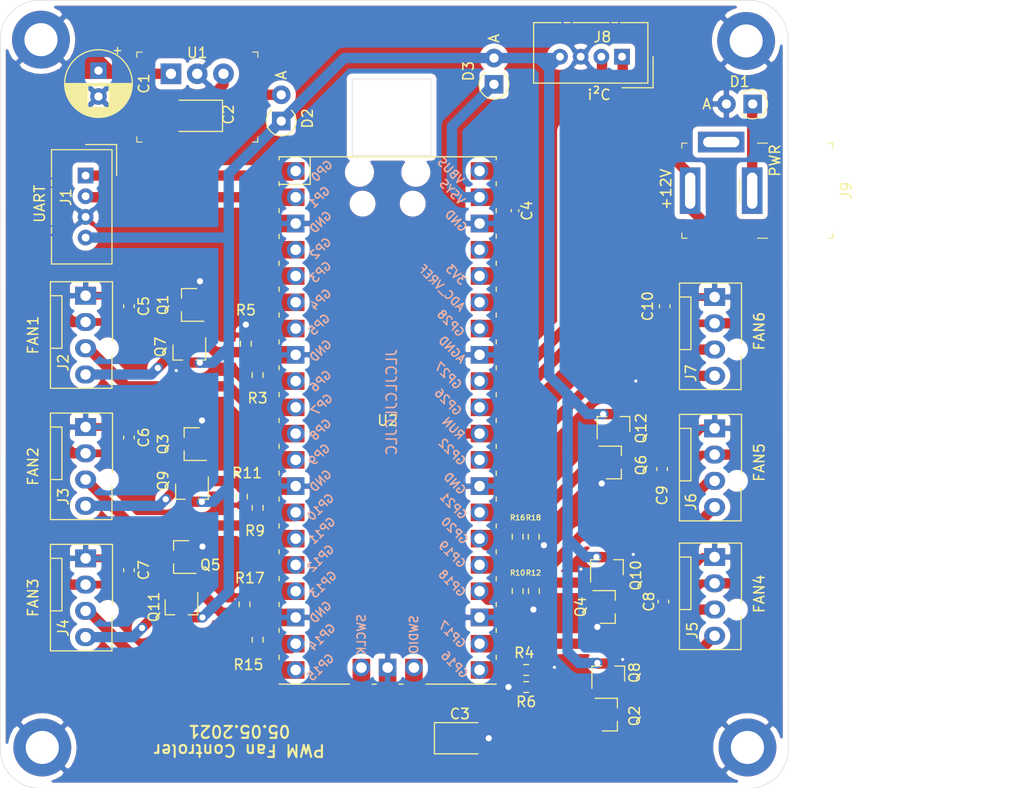
<source format=kicad_pcb>
(kicad_pcb (version 20171130) (host pcbnew 5.1.9)
  (layers (0 F.Cu signal) (31 B.Cu signal) (34 B.Paste user) (35 F.Paste user) (36 B.SilkS user) (37 F.SilkS user) (38 B.Mask user) (39 F.Mask user) (44 Edge.Cuts user))
  (net 0 "")
  (net 1 GND)
  (net 2 +12V)
  (net 3 /+5V)
  (net 4 UART0_RX)
  (net 5 UART0_TX)
  (net 6 FAN1_TACHO)
  (net 7 FAN1_PWM)
  (net 8 FAN2_TACHO)
  (net 9 FAN2_PWM)
  (net 10 FAN4_TACHO)
  (net 11 FAN4_PWM)
  (net 12 FAN3_TACHO)
  (net 13 FAN3_PWM)
  (net 14 "Net-(U2-Pad43)")
  (net 15 "Net-(U2-Pad41)")
  (net 16 "Net-(U2-Pad29)")
  (net 17 "Net-(U2-Pad34)")
  (net 18 "Net-(U2-Pad35)")
  (net 19 "Net-(U2-Pad36)")
  (net 20 "Net-(U2-Pad37)")
  (net 21 "Net-(U2-Pad40)")
  (net 22 "Net-(U2-Pad12)")
  (net 23 "Net-(U2-Pad11)")
  (net 24 "Net-(U2-Pad7)")
  (net 25 "Net-(U2-Pad6)")
  (net 26 "Net-(U2-Pad5)")
  (net 27 "Net-(U2-Pad4)")
  (net 28 FAN5_TACHO)
  (net 29 FAN5_PWM)
  (net 30 FAN6_TACHO)
  (net 31 FAN6_PWM)
  (net 32 "Net-(U2-Pad17)")
  (net 33 "Net-(U2-Pad16)")
  (net 34 I2C_SCL)
  (net 35 I2C_SDA)
  (net 36 RST)
  (net 37 "Net-(Q1-Pad1)")
  (net 38 "Net-(Q2-Pad1)")
  (net 39 "Net-(Q3-Pad1)")
  (net 40 "Net-(J2-Pad4)")
  (net 41 "Net-(J3-Pad4)")
  (net 42 "Net-(J4-Pad4)")
  (net 43 "Net-(J5-Pad4)")
  (net 44 "Net-(J6-Pad4)")
  (net 45 "Net-(J7-Pad4)")
  (net 46 "Net-(C2-Pad1)")
  (net 47 "Net-(D1-Pad1)")
  (net 48 "Net-(Q10-Pad1)")
  (net 49 "Net-(Q11-Pad1)")
  (net 50 "Net-(Q12-Pad1)")
  (net 51 "Net-(C4-Pad1)")
  (module digikey-footprints:Barrel_Jack_5.5mmODx2.1mmID_PJ-202A (layer F.Cu) (at 100.203 42.545 270)
    (fp_text reference J9 (at 0 -12.1 90) (layer F.SilkS))
    (fp_text value PWR)
    (pad 2 thru_hole rect (at 0 -3 270) (size 4.5 2) (drill oval 3.5 1) (layers *.Cu *.Mask) (net 47 "Net-(D1-Pad1)"))
    (pad 1 thru_hole rect (at 0 3 270) (size 4.5 2) (drill oval 3.5 1) (layers *.Cu *.Mask) (net 2 +12V))
    (pad 3 thru_hole rect (at -4.7 0 270) (size 2 4.5) (drill oval 1 3.5) (layers *.Cu *.Mask))
  )
  (module Capacitor_THT:CP_Radial_D6.3mm_P2.50mm (layer F.Cu) (at 39.9796 30.9372 270)
    (fp_text reference C1 (at 1.25 -4.4 90) (layer F.SilkS))
    (fp_text value 100u)
    (pad 2 thru_hole circle (at 2.5 0 270) (size 1.6 1.6) (drill 0.8) (layers *.Cu *.Mask) (net 1 GND))
    (pad 1 thru_hole rect (at 0 0 270) (size 1.6 1.6) (drill 0.8) (layers *.Cu *.Mask) (net 2 +12V))
  )
  (module Diode_THT:D_A-405_P2.54mm_Vertical_AnodeUp (layer F.Cu) (at 57.658 35.814 90)
    (fp_text reference D2 (at 0.254 2.54 90) (layer F.SilkS))
    (fp_text value D_Zener)
    (fp_text user A (at 4.44 0 90) (layer F.SilkS))
    (pad 1 thru_hole rect (at 0 0 90) (size 1.8 1.8) (drill 0.9) (layers *.Cu *.Mask) (net 3 /+5V))
    (pad 2 thru_hole oval (at 2.54 0 90) (size 1.8 1.8) (drill 0.9) (layers *.Cu *.Mask) (net 46 "Net-(C2-Pad1)"))
  )
  (module Package_TO_SOT_SMD:SOT-23 (layer F.Cu) (at 48.006 77.978 180)
    (fp_text reference Q5 (at -2.794 -0.762) (layer F.SilkS))
    (fp_text value Q_NMOS_GSD)
    (pad 3 smd rect (at 1 0 180) (size 0.9 0.8) (layers F.Cu F.Paste F.Mask) (net 42 "Net-(J4-Pad4)"))
    (pad 2 smd rect (at -1 0.95 180) (size 0.9 0.8) (layers F.Cu F.Paste F.Mask) (net 1 GND))
    (pad 1 smd rect (at -1 -0.95 180) (size 0.9 0.8) (layers F.Cu F.Paste F.Mask) (net 49 "Net-(Q11-Pad1)"))
  )
  (module Package_TO_SOT_SMD:SOT-23 (layer F.Cu) (at 48.006 82.804 270)
    (fp_text reference Q11 (at 0 2.667 90) (layer F.SilkS))
    (fp_text value Q_PMOS_GSD)
    (pad 3 smd rect (at 1 0 270) (size 0.9 0.8) (layers F.Cu F.Paste F.Mask) (net 3 /+5V))
    (pad 2 smd rect (at -1 0.95 270) (size 0.9 0.8) (layers F.Cu F.Paste F.Mask) (net 42 "Net-(J4-Pad4)"))
    (pad 1 smd rect (at -1 -0.95 270) (size 0.9 0.8) (layers F.Cu F.Paste F.Mask) (net 49 "Net-(Q11-Pad1)"))
  )
  (module Diode_THT:D_A-405_P2.54mm_Vertical_AnodeUp (layer F.Cu) (at 78.232 32.258 90)
    (fp_text reference D3 (at 1.27 -2.47 90) (layer F.SilkS))
    (fp_text value D_Zener)
    (fp_text user A (at 4.44 0 90) (layer F.SilkS))
    (pad 2 thru_hole oval (at 2.54 0 90) (size 1.8 1.8) (drill 0.9) (layers *.Cu *.Mask) (net 3 /+5V))
    (pad 1 thru_hole rect (at 0 0 90) (size 1.8 1.8) (drill 0.9) (layers *.Cu *.Mask) (net 51 "Net-(C4-Pad1)"))
  )
  (module "" (layer F.Cu) (at 54.61 37.338)
    (fp_text reference "" (at 54.864 37.592) (layer F.SilkS) (effects (font (size 1.27 1.27))))
    (fp_text value "" (at 54.864 37.592) (layer F.SilkS) (effects (font (size 1.27 1.27))))
  )
  (module "" (layer F.Cu) (at 74.422 36.322)
    (fp_text reference "" (at 54.864 37.592) (layer F.SilkS) (effects (font (size 1.27 1.27))))
    (fp_text value "" (at 54.864 37.592) (layer F.SilkS) (effects (font (size 1.27 1.27))))
  )
  (module Diode_THT:D_A-405_P2.54mm_Vertical_AnodeUp (layer F.Cu) (at 103.251 34.163 180)
    (fp_text reference D1 (at 1.27 2.159) (layer F.SilkS))
    (fp_text value D_Zener)
    (fp_text user A (at 4.445 0) (layer F.SilkS))
    (pad 2 thru_hole oval (at 2.54 0 180) (size 1.8 1.8) (drill 0.9) (layers *.Cu *.Mask) (net 1 GND))
    (pad 1 thru_hole rect (at 0 0 180) (size 1.8 1.8) (drill 0.9) (layers *.Cu *.Mask) (net 47 "Net-(D1-Pad1)"))
  )
  (module Capacitor_SMD:C_0603_1608Metric (layer F.Cu) (at 94.742 53.721 270)
    (fp_text reference C10 (at 0 1.651 90) (layer F.SilkS))
    (fp_text value C)
    (pad 2 smd roundrect (at 0.775 0 270) (size 0.9 0.95) (layers F.Cu F.Paste F.Mask) (net 2 +12V))
    (pad 1 smd roundrect (at -0.775 0 270) (size 0.9 0.95) (layers F.Cu F.Paste F.Mask) (net 1 GND))
  )
  (module Capacitor_SMD:C_0603_1608Metric (layer F.Cu) (at 94.488 69.469 270)
    (fp_text reference C9 (at 2.54 0 90) (layer F.SilkS))
    (fp_text value C)
    (pad 2 smd roundrect (at 0.775 0 270) (size 0.9 0.95) (layers F.Cu F.Paste F.Mask) (net 2 +12V))
    (pad 1 smd roundrect (at -0.775 0 270) (size 0.9 0.95) (layers F.Cu F.Paste F.Mask) (net 1 GND))
  )
  (module Capacitor_SMD:C_0603_1608Metric (layer F.Cu) (at 94.615 82.283 270)
    (fp_text reference C8 (at 0.013 1.397 90) (layer F.SilkS))
    (fp_text value C)
    (pad 2 smd roundrect (at 0.775 0 270) (size 0.9 0.95) (layers F.Cu F.Paste F.Mask) (net 2 +12V))
    (pad 1 smd roundrect (at -0.775 0 270) (size 0.9 0.95) (layers F.Cu F.Paste F.Mask) (net 1 GND))
  )
  (module Capacitor_SMD:C_0603_1608Metric (layer F.Cu) (at 42.926 79.248 270)
    (fp_text reference C7 (at 0 -1.43 90) (layer F.SilkS))
    (fp_text value C)
    (pad 2 smd roundrect (at 0.775 0 270) (size 0.9 0.95) (layers F.Cu F.Paste F.Mask) (net 2 +12V))
    (pad 1 smd roundrect (at -0.775 0 270) (size 0.9 0.95) (layers F.Cu F.Paste F.Mask) (net 1 GND))
  )
  (module Capacitor_SMD:C_0603_1608Metric (layer F.Cu) (at 42.926 66.421 270)
    (fp_text reference C6 (at 0 -1.43 90) (layer F.SilkS))
    (fp_text value C)
    (pad 2 smd roundrect (at 0.775 0 270) (size 0.9 0.95) (layers F.Cu F.Paste F.Mask) (net 2 +12V))
    (pad 1 smd roundrect (at -0.775 0 270) (size 0.9 0.95) (layers F.Cu F.Paste F.Mask) (net 1 GND))
  )
  (module Capacitor_SMD:C_0603_1608Metric (layer F.Cu) (at 42.926 53.721 270)
    (fp_text reference C5 (at 0 -1.43 90) (layer F.SilkS))
    (fp_text value C)
    (pad 2 smd roundrect (at 0.775 0 270) (size 0.9 0.95) (layers F.Cu F.Paste F.Mask) (net 2 +12V))
    (pad 1 smd roundrect (at -0.775 0 270) (size 0.9 0.95) (layers F.Cu F.Paste F.Mask) (net 1 GND))
  )
  (module Capacitor_SMD:C_0402_1005Metric (layer F.Cu) (at 80.264 44.478 270)
    (fp_text reference C4 (at 0 -1.16 90) (layer F.SilkS))
    (fp_text value 100n)
    (pad 2 smd roundrect (at 0.48 0 270) (size 0.56 0.62) (layers F.Cu F.Paste F.Mask) (net 1 GND))
    (pad 1 smd roundrect (at -0.48 0 270) (size 0.56 0.62) (layers F.Cu F.Paste F.Mask) (net 51 "Net-(C4-Pad1)"))
  )
  (module Capacitor_Tantalum_SMD:CP_EIA-3528-21_Kemet-B (layer F.Cu) (at 49.5165 35.306 180)
    (fp_text reference C2 (at -3.0345 0.127 270) (layer F.SilkS))
    (fp_text value 100u)
    (pad 2 smd roundrect (at 1.5375 0 180) (size 1.325 2.35) (layers F.Cu F.Paste F.Mask) (roundrect_rratio 0.1886769811320755) (net 1 GND))
    (pad 1 smd roundrect (at -1.5375 0 180) (size 1.325 2.35) (layers F.Cu F.Paste F.Mask) (roundrect_rratio 0.1886769811320755) (net 46 "Net-(C2-Pad1)"))
  )
  (module Package_TO_SOT_SMD:SOT-23 (layer F.Cu) (at 89.789 65.151 90)
    (fp_text reference Q12 (at -0.381 2.667 90) (layer F.SilkS))
    (fp_text value Q_PMOS_GSD)
    (pad 3 smd rect (at 1 0 90) (size 0.9 0.8) (layers F.Cu F.Paste F.Mask) (net 3 /+5V))
    (pad 2 smd rect (at -1 0.95 90) (size 0.9 0.8) (layers F.Cu F.Paste F.Mask) (net 45 "Net-(J7-Pad4)"))
    (pad 1 smd rect (at -1 -0.95 90) (size 0.9 0.8) (layers F.Cu F.Paste F.Mask) (net 50 "Net-(Q12-Pad1)"))
  )
  (module Package_TO_SOT_SMD:SOT-23 (layer F.Cu) (at 89.154 78.994 90)
    (fp_text reference Q10 (at -0.762 2.794 90) (layer F.SilkS))
    (fp_text value Q_PMOS_GSD)
    (pad 3 smd rect (at 1 0 90) (size 0.9 0.8) (layers F.Cu F.Paste F.Mask) (net 3 /+5V))
    (pad 2 smd rect (at -1 0.95 90) (size 0.9 0.8) (layers F.Cu F.Paste F.Mask) (net 44 "Net-(J6-Pad4)"))
    (pad 1 smd rect (at -1 -0.95 90) (size 0.9 0.8) (layers F.Cu F.Paste F.Mask) (net 48 "Net-(Q10-Pad1)"))
  )
  (module Package_TO_SOT_SMD:SOT-23 (layer F.Cu) (at 49.022 71.628 270)
    (fp_text reference Q9 (at -1.016 2.794 90) (layer F.SilkS))
    (fp_text value Q_PMOS_GSD)
    (pad 3 smd rect (at 1 0 270) (size 0.9 0.8) (layers F.Cu F.Paste F.Mask) (net 3 /+5V))
    (pad 2 smd rect (at -1 0.95 270) (size 0.9 0.8) (layers F.Cu F.Paste F.Mask) (net 41 "Net-(J3-Pad4)"))
    (pad 1 smd rect (at -1 -0.95 270) (size 0.9 0.8) (layers F.Cu F.Paste F.Mask) (net 39 "Net-(Q3-Pad1)"))
  )
  (module Package_TO_SOT_SMD:SOT-23 (layer F.Cu) (at 89.281 89.281 90)
    (fp_text reference Q8 (at 0.127 2.54 90) (layer F.SilkS))
    (fp_text value Q_PMOS_GSD)
    (pad 3 smd rect (at 1 0 90) (size 0.9 0.8) (layers F.Cu F.Paste F.Mask) (net 3 /+5V))
    (pad 2 smd rect (at -1 0.95 90) (size 0.9 0.8) (layers F.Cu F.Paste F.Mask) (net 43 "Net-(J5-Pad4)"))
    (pad 1 smd rect (at -1 -0.95 90) (size 0.9 0.8) (layers F.Cu F.Paste F.Mask) (net 38 "Net-(Q2-Pad1)"))
  )
  (module Package_TO_SOT_SMD:SOT-23 (layer F.Cu) (at 48.768 58.166 270)
    (fp_text reference Q7 (at -0.508 2.794 270) (layer F.SilkS))
    (fp_text value Q_PMOS_GSD)
    (pad 3 smd rect (at 1 0 270) (size 0.9 0.8) (layers F.Cu F.Paste F.Mask) (net 3 /+5V))
    (pad 2 smd rect (at -1 0.95 270) (size 0.9 0.8) (layers F.Cu F.Paste F.Mask) (net 40 "Net-(J2-Pad4)"))
    (pad 1 smd rect (at -1 -0.95 270) (size 0.9 0.8) (layers F.Cu F.Paste F.Mask) (net 37 "Net-(Q1-Pad1)"))
  )
  (module Package_TO_SOT_SMD:SOT-23 (layer F.Cu) (at 89.789 68.834)
    (fp_text reference Q6 (at 2.667 0.254 270) (layer F.SilkS))
    (fp_text value Q_NMOS_GSD)
    (pad 3 smd rect (at 1 0) (size 0.9 0.8) (layers F.Cu F.Paste F.Mask) (net 45 "Net-(J7-Pad4)"))
    (pad 2 smd rect (at -1 0.95) (size 0.9 0.8) (layers F.Cu F.Paste F.Mask) (net 1 GND))
    (pad 1 smd rect (at -1 -0.95) (size 0.9 0.8) (layers F.Cu F.Paste F.Mask) (net 50 "Net-(Q12-Pad1)"))
  )
  (module Package_TO_SOT_SMD:SOT-23 (layer F.Cu) (at 89.200203 82.807282)
    (fp_text reference Q4 (at -2.586203 -0.003282 270) (layer F.SilkS))
    (fp_text value Q_NMOS_GSD)
    (pad 3 smd rect (at 1 0) (size 0.9 0.8) (layers F.Cu F.Paste F.Mask) (net 44 "Net-(J6-Pad4)"))
    (pad 2 smd rect (at -1 0.95) (size 0.9 0.8) (layers F.Cu F.Paste F.Mask) (net 1 GND))
    (pad 1 smd rect (at -1 -0.95) (size 0.9 0.8) (layers F.Cu F.Paste F.Mask) (net 48 "Net-(Q10-Pad1)"))
  )
  (module Package_TO_SOT_SMD:SOT-23 (layer F.Cu) (at 49.022 67.056 180)
    (fp_text reference Q3 (at 2.794 0 270) (layer F.SilkS))
    (fp_text value Q_NMOS_GSD)
    (pad 1 smd rect (at -1 -0.95 180) (size 0.9 0.8) (layers F.Cu F.Paste F.Mask) (net 39 "Net-(Q3-Pad1)"))
    (pad 2 smd rect (at -1 0.95 180) (size 0.9 0.8) (layers F.Cu F.Paste F.Mask) (net 1 GND))
    (pad 3 smd rect (at 1 0 180) (size 0.9 0.8) (layers F.Cu F.Paste F.Mask) (net 41 "Net-(J3-Pad4)"))
  )
  (module Package_TO_SOT_SMD:SOT-23 (layer F.Cu) (at 89.408 93.218)
    (fp_text reference Q2 (at 2.413 0.127 270) (layer F.SilkS))
    (fp_text value Q_NMOS_GSD)
    (pad 3 smd rect (at 1 0) (size 0.9 0.8) (layers F.Cu F.Paste F.Mask) (net 43 "Net-(J5-Pad4)"))
    (pad 2 smd rect (at -1 0.95) (size 0.9 0.8) (layers F.Cu F.Paste F.Mask) (net 1 GND))
    (pad 1 smd rect (at -1 -0.95) (size 0.9 0.8) (layers F.Cu F.Paste F.Mask) (net 38 "Net-(Q2-Pad1)"))
  )
  (module Package_TO_SOT_SMD:SOT-23 (layer F.Cu) (at 48.768 53.594 180)
    (fp_text reference Q1 (at 2.556 0 270) (layer F.SilkS))
    (fp_text value Q_NMOS_GSD)
    (pad 3 smd rect (at 1 0 180) (size 0.9 0.8) (layers F.Cu F.Paste F.Mask) (net 40 "Net-(J2-Pad4)"))
    (pad 2 smd rect (at -1 0.95 180) (size 0.9 0.8) (layers F.Cu F.Paste F.Mask) (net 1 GND))
    (pad 1 smd rect (at -1 -0.95 180) (size 0.9 0.8) (layers F.Cu F.Paste F.Mask) (net 37 "Net-(Q1-Pad1)"))
  )
  (module MountingHole:MountingHole_3.2mm_M3_DIN965_Pad (layer F.Cu) (at 102.743 96.393)
    (fp_text reference REF** hide)
    (fp_text value MountingHole_3.2mm_M3_DIN965_Pad hide)
    (pad 1 thru_hole circle (at 0 0) (size 5.6 5.6) (drill 3.2) (layers *.Cu *.Mask) (net 1 GND))
  )
  (module MountingHole:MountingHole_3.2mm_M3_DIN965_Pad (layer F.Cu) (at 34.544 96.393)
    (fp_text reference REF** hide)
    (fp_text value MountingHole_3.2mm_M3_DIN965_Pad hide)
    (pad 1 thru_hole circle (at 0 0) (size 5.6 5.6) (drill 3.2) (layers *.Cu *.Mask) (net 1 GND))
  )
  (module MountingHole:MountingHole_3.2mm_M3_DIN965_Pad (layer F.Cu) (at 34.417 27.94)
    (fp_text reference REF** hide)
    (fp_text value MountingHole_3.2mm_M3_DIN965_Pad hide)
    (pad 1 thru_hole circle (at 0 0) (size 5.6 5.6) (drill 3.2) (layers *.Cu *.Mask) (net 1 GND))
  )
  (module MountingHole:MountingHole_3.2mm_M3_DIN965_Pad (layer F.Cu) (at 102.616 28.067)
    (fp_text reference REF** hide)
    (fp_text value MountingHole_3.2mm_M3_DIN965_Pad hide)
    (pad 1 thru_hole circle (at 0 0) (size 5.6 5.6) (drill 3.2) (layers *.Cu *.Mask) (net 1 GND))
  )
  (module Capacitor_Tantalum_SMD:CP_EIA-3528-21_Kemet-B (layer F.Cu) (at 74.93 95.504)
    (fp_text reference C3 (at 0 -2.35) (layer F.SilkS))
    (fp_text value 100u)
    (pad 2 smd roundrect (at 1.5375 0) (size 1.325 2.35) (layers F.Cu F.Paste F.Mask) (roundrect_rratio 0.1886769811320755) (net 1 GND))
    (pad 1 smd roundrect (at -1.5375 0) (size 1.325 2.35) (layers F.Cu F.Paste F.Mask) (roundrect_rratio 0.1886769811320755) (net 36 RST))
  )
  (module Resistor_SMD:R_0603_1608Metric (layer F.Cu) (at 55.372 85.979 270)
    (fp_text reference R15 (at 2.413 0.889 180) (layer F.SilkS))
    (fp_text value 1k)
    (pad 2 smd roundrect (at 0.825 0 270) (size 0.8 0.95) (layers F.Cu F.Paste F.Mask) (net 13 FAN3_PWM))
    (pad 1 smd roundrect (at -0.825 0 270) (size 0.8 0.95) (layers F.Cu F.Paste F.Mask) (net 49 "Net-(Q11-Pad1)"))
  )
  (module Resistor_SMD:R_0603_1608Metric (layer F.Cu) (at 54.102 82.55 90)
    (fp_text reference R17 (at 2.54 0.508 180) (layer F.SilkS))
    (fp_text value 10k)
    (pad 2 smd roundrect (at 0.825 0 90) (size 0.8 0.95) (layers F.Cu F.Paste F.Mask) (net 1 GND))
    (pad 1 smd roundrect (at -0.825 0 90) (size 0.8 0.95) (layers F.Cu F.Paste F.Mask) (net 49 "Net-(Q11-Pad1)"))
  )
  (module Resistor_SMD:R_0603_1608Metric (layer F.Cu) (at 82.068487 76.015007 270)
    (fp_text reference R18 (at -1.847007 0.026487 180) (layer F.SilkS) (effects (font (size 0.5 0.5) (thickness 0.1))))
    (fp_text value 10k)
    (pad 2 smd roundrect (at 0.825 0 270) (size 0.8 0.95) (layers F.Cu F.Paste F.Mask) (net 1 GND))
    (pad 1 smd roundrect (at -0.825 0 270) (size 0.8 0.95) (layers F.Cu F.Paste F.Mask) (net 50 "Net-(Q12-Pad1)"))
  )
  (module Resistor_SMD:R_0603_1608Metric (layer F.Cu) (at 82.089923 81.27843 270)
    (fp_text reference R12 (at -1.77643 0.047923 180) (layer F.SilkS) (effects (font (size 0.5 0.5) (thickness 0.1))))
    (fp_text value 10k)
    (pad 2 smd roundrect (at 0.825 0 270) (size 0.8 0.95) (layers F.Cu F.Paste F.Mask) (net 1 GND))
    (pad 1 smd roundrect (at -0.825 0 270) (size 0.8 0.95) (layers F.Cu F.Paste F.Mask) (net 48 "Net-(Q10-Pad1)"))
  )
  (module Resistor_SMD:R_0603_1608Metric (layer F.Cu) (at 53.848 72.136 270)
    (fp_text reference R11 (at -2.286 -0.508 180) (layer F.SilkS))
    (fp_text value 10k)
    (pad 2 smd roundrect (at 0.825 0 270) (size 0.8 0.95) (layers F.Cu F.Paste F.Mask) (net 1 GND))
    (pad 1 smd roundrect (at -0.825 0 270) (size 0.8 0.95) (layers F.Cu F.Paste F.Mask) (net 39 "Net-(Q3-Pad1)"))
  )
  (module Resistor_SMD:R_0603_1608Metric (layer F.Cu) (at 81.343 90.551 180)
    (fp_text reference R6 (at 0 -1.43) (layer F.SilkS))
    (fp_text value 10k)
    (pad 2 smd roundrect (at 0.825 0 180) (size 0.8 0.95) (layers F.Cu F.Paste F.Mask) (net 1 GND))
    (pad 1 smd roundrect (at -0.825 0 180) (size 0.8 0.95) (layers F.Cu F.Paste F.Mask) (net 38 "Net-(Q2-Pad1)"))
  )
  (module Resistor_SMD:R_0603_1608Metric (layer F.Cu) (at 54.229 57.341 90)
    (fp_text reference R5 (at 3.239 0 180) (layer F.SilkS))
    (fp_text value 10k)
    (pad 2 smd roundrect (at 0.825 0 90) (size 0.8 0.95) (layers F.Cu F.Paste F.Mask) (net 1 GND))
    (pad 1 smd roundrect (at -0.825 0 90) (size 0.8 0.95) (layers F.Cu F.Paste F.Mask) (net 37 "Net-(Q1-Pad1)"))
  )
  (module Resistor_SMD:R_0603_1608Metric (layer F.Cu) (at 81.343 88.9 180)
    (fp_text reference R4 (at 0.19 1.651) (layer F.SilkS))
    (fp_text value 1k)
    (pad 2 smd roundrect (at 0.825 0 180) (size 0.8 0.95) (layers F.Cu F.Paste F.Mask) (net 11 FAN4_PWM))
    (pad 1 smd roundrect (at -0.825 0 180) (size 0.8 0.95) (layers F.Cu F.Paste F.Mask) (net 38 "Net-(Q2-Pad1)"))
  )
  (module Resistor_SMD:R_0603_1608Metric (layer F.Cu) (at 80.518 76.009 270)
    (fp_text reference R16 (at -1.841 0 180) (layer F.SilkS) (effects (font (size 0.5 0.5) (thickness 0.1))))
    (fp_text value 1k)
    (pad 2 smd roundrect (at 0.825 0 270) (size 0.8 0.95) (layers F.Cu F.Paste F.Mask) (net 31 FAN6_PWM))
    (pad 1 smd roundrect (at -0.825 0 270) (size 0.8 0.95) (layers F.Cu F.Paste F.Mask) (net 50 "Net-(Q12-Pad1)"))
  )
  (module Resistor_SMD:R_0603_1608Metric (layer F.Cu) (at 80.518 81.28 270)
    (fp_text reference R10 (at -1.778 0 180) (layer F.SilkS) (effects (font (size 0.5 0.5) (thickness 0.1))))
    (fp_text value 1k)
    (pad 2 smd roundrect (at 0.825 0 270) (size 0.8 0.95) (layers F.Cu F.Paste F.Mask) (net 29 FAN5_PWM))
    (pad 1 smd roundrect (at -0.825 0 270) (size 0.8 0.95) (layers F.Cu F.Paste F.Mask) (net 48 "Net-(Q10-Pad1)"))
  )
  (module Resistor_SMD:R_0603_1608Metric (layer F.Cu) (at 55.372 73.215 270)
    (fp_text reference R9 (at 2.223 0.254 180) (layer F.SilkS))
    (fp_text value 1k)
    (pad 2 smd roundrect (at 0.825 0 270) (size 0.8 0.95) (layers F.Cu F.Paste F.Mask) (net 9 FAN2_PWM))
    (pad 1 smd roundrect (at -0.825 0 270) (size 0.8 0.95) (layers F.Cu F.Paste F.Mask) (net 39 "Net-(Q3-Pad1)"))
  )
  (module Resistor_SMD:R_0603_1608Metric (layer F.Cu) (at 55.372 60.389 270)
    (fp_text reference R3 (at 2.222 0 180) (layer F.SilkS))
    (fp_text value 1k)
    (pad 2 smd roundrect (at 0.825 0 270) (size 0.8 0.95) (layers F.Cu F.Paste F.Mask) (net 7 FAN1_PWM))
    (pad 1 smd roundrect (at -0.825 0 270) (size 0.8 0.95) (layers F.Cu F.Paste F.Mask) (net 37 "Net-(Q1-Pad1)"))
  )
  (module Connector:FanPinHeader_1x04_P2.54mm_Vertical (layer F.Cu) (at 99.568 77.978 270)
    (fp_text reference J5 (at 7.112 2.159 90) (layer F.SilkS))
    (fp_text value FAN4)
    (pad "" np_thru_hole circle (at 5.08 -2.16) (size 1.1 1.1) (drill 1.1) (layers *.Cu *.Mask))
    (pad 4 thru_hole oval (at 7.62 0) (size 2.03 1.73) (drill 1.02) (layers *.Cu *.Mask) (net 43 "Net-(J5-Pad4)"))
    (pad 3 thru_hole oval (at 5.08 0) (size 2.03 1.73) (drill 1.02) (layers *.Cu *.Mask) (net 10 FAN4_TACHO))
    (pad 2 thru_hole oval (at 2.54 0) (size 2.03 1.73) (drill 1.02) (layers *.Cu *.Mask) (net 2 +12V))
    (pad 1 thru_hole rect (at 0 0) (size 2.03 1.73) (drill 1.02) (layers *.Cu *.Mask) (net 1 GND))
  )
  (module Connector:FanPinHeader_1x04_P2.54mm_Vertical (layer F.Cu) (at 99.568 65.532 270)
    (fp_text reference J6 (at 7.112 2.286 90) (layer F.SilkS))
    (fp_text value FAN5)
    (pad "" np_thru_hole circle (at 5.08 -2.16) (size 1.1 1.1) (drill 1.1) (layers *.Cu *.Mask))
    (pad 4 thru_hole oval (at 7.62 0) (size 2.03 1.73) (drill 1.02) (layers *.Cu *.Mask) (net 44 "Net-(J6-Pad4)"))
    (pad 3 thru_hole oval (at 5.08 0) (size 2.03 1.73) (drill 1.02) (layers *.Cu *.Mask) (net 28 FAN5_TACHO))
    (pad 2 thru_hole oval (at 2.54 0) (size 2.03 1.73) (drill 1.02) (layers *.Cu *.Mask) (net 2 +12V))
    (pad 1 thru_hole rect (at 0 0) (size 2.03 1.73) (drill 1.02) (layers *.Cu *.Mask) (net 1 GND))
  )
  (module Connector:FanPinHeader_1x04_P2.54mm_Vertical (layer F.Cu) (at 38.735 52.705 270)
    (fp_text reference J2 (at 6.477 2.159 90) (layer F.SilkS))
    (fp_text value FAN1)
    (pad "" np_thru_hole circle (at 5.08 -2.16) (size 1.1 1.1) (drill 1.1) (layers *.Cu *.Mask))
    (pad 4 thru_hole oval (at 7.62 0) (size 2.03 1.73) (drill 1.02) (layers *.Cu *.Mask) (net 40 "Net-(J2-Pad4)"))
    (pad 3 thru_hole oval (at 5.08 0) (size 2.03 1.73) (drill 1.02) (layers *.Cu *.Mask) (net 6 FAN1_TACHO))
    (pad 2 thru_hole oval (at 2.54 0) (size 2.03 1.73) (drill 1.02) (layers *.Cu *.Mask) (net 2 +12V))
    (pad 1 thru_hole rect (at 0 0) (size 2.03 1.73) (drill 1.02) (layers *.Cu *.Mask) (net 1 GND))
  )
  (module Connector:FanPinHeader_1x04_P2.54mm_Vertical (layer F.Cu) (at 38.735 78.105 270)
    (fp_text reference J4 (at 6.731 2.159 90) (layer F.SilkS))
    (fp_text value FAN3)
    (pad "" np_thru_hole circle (at 5.08 -2.16) (size 1.1 1.1) (drill 1.1) (layers *.Cu *.Mask))
    (pad 4 thru_hole oval (at 7.62 0) (size 2.03 1.73) (drill 1.02) (layers *.Cu *.Mask) (net 42 "Net-(J4-Pad4)"))
    (pad 3 thru_hole oval (at 5.08 0) (size 2.03 1.73) (drill 1.02) (layers *.Cu *.Mask) (net 12 FAN3_TACHO))
    (pad 2 thru_hole oval (at 2.54 0) (size 2.03 1.73) (drill 1.02) (layers *.Cu *.Mask) (net 2 +12V))
    (pad 1 thru_hole rect (at 0 0) (size 2.03 1.73) (drill 1.02) (layers *.Cu *.Mask) (net 1 GND))
  )
  (module Connector:NS-Tech_Grove_1x04_P2mm_Vertical (layer F.Cu) (at 90.614 29.591 270)
    (fp_text reference J8 (at -1.905 1.905) (layer F.SilkS))
    (fp_text value i²C)
    (pad 4 thru_hole circle (at 0 6 270) (size 1.524 1.524) (drill 0.762) (layers *.Cu *.Mask) (net 3 /+5V))
    (pad 3 thru_hole circle (at 0 4 270) (size 1.524 1.524) (drill 0.762) (layers *.Cu *.Mask) (net 1 GND))
    (pad 2 thru_hole circle (at 0 2 270) (size 1.524 1.524) (drill 0.762) (layers *.Cu *.Mask) (net 34 I2C_SCL))
    (pad 1 thru_hole rect (at 0 0 270) (size 1.524 1.524) (drill 0.762) (layers *.Cu *.Mask) (net 35 I2C_SDA))
  )
  (module Connector:FanPinHeader_1x04_P2.54mm_Vertical (layer F.Cu) (at 99.568 52.832 270)
    (fp_text reference J7 (at 7.366 2.286 90) (layer F.SilkS))
    (fp_text value FAN6)
    (pad "" np_thru_hole circle (at 5.08 -2.16) (size 1.1 1.1) (drill 1.1) (layers *.Cu *.Mask))
    (pad 4 thru_hole oval (at 7.62 0) (size 2.03 1.73) (drill 1.02) (layers *.Cu *.Mask) (net 45 "Net-(J7-Pad4)"))
    (pad 3 thru_hole oval (at 5.08 0) (size 2.03 1.73) (drill 1.02) (layers *.Cu *.Mask) (net 30 FAN6_TACHO))
    (pad 2 thru_hole oval (at 2.54 0) (size 2.03 1.73) (drill 1.02) (layers *.Cu *.Mask) (net 2 +12V))
    (pad 1 thru_hole rect (at 0 0) (size 2.03 1.73) (drill 1.02) (layers *.Cu *.Mask) (net 1 GND))
  )
  (module digikey-footprints:SIP-3_P2.54mm (layer F.Cu) (at 46.99 31.242)
    (fp_text reference U1 (at 2.54 -2.032) (layer F.SilkS))
    (fp_text value R-78E5_0-0_5)
    (pad 3 thru_hole circle (at 5.08 0) (size 2 2) (drill 1) (layers *.Cu *.Mask) (net 46 "Net-(C2-Pad1)"))
    (pad 2 thru_hole circle (at 2.54 0) (size 2 2) (drill 1) (layers *.Cu *.Mask) (net 1 GND))
    (pad 1 thru_hole rect (at 0 0) (size 2 2) (drill 1) (layers *.Cu *.Mask) (net 2 +12V))
  )
  (module RPi_Pico:RPi_Pico_SMD_TH (layer F.Cu) (at 67.945 64.77)
    (fp_text reference U2 (at 0 0) (layer F.SilkS))
    (fp_text value Pico)
    (fp_text user SWDIO (at 2.54 20.701 90) (layer B.SilkS) (effects (font (size 0.8 0.8)) (justify mirror)))
    (fp_text user SWCLK (at -2.54 20.701 90) (layer B.SilkS) (effects (font (size 0.8 0.8)) (justify mirror)))
    (fp_text user AGND (at 6.223 -6.858 135) (layer B.SilkS) (effects (font (size 0.8 0.8)) (justify mirror)))
    (fp_text user GND (at 6.604 -19.304 135) (layer B.SilkS) (effects (font (size 0.8 0.8)) (justify mirror)))
    (fp_text user GND (at 6.477 6.096 135) (layer B.SilkS) (effects (font (size 0.8 0.8)) (justify mirror)))
    (fp_text user GND (at -6.477 18.542 45) (layer B.SilkS) (effects (font (size 0.8 0.8)) (justify mirror)))
    (fp_text user GND (at -6.477 5.842 45) (layer B.SilkS) (effects (font (size 0.8 0.8)) (justify mirror)))
    (fp_text user GND (at -6.477 -6.731 45) (layer B.SilkS) (effects (font (size 0.8 0.8)) (justify mirror)))
    (fp_text user GND (at -6.477 -19.177 45) (layer B.SilkS) (effects (font (size 0.8 0.8)) (justify mirror)))
    (fp_text user VBUS (at 6.096 -24.13 135) (layer B.SilkS) (effects (font (size 0.8 0.8)) (justify mirror)))
    (fp_text user VSYS (at 6.223 -22.098 135) (layer B.SilkS) (effects (font (size 0.8 0.8)) (justify mirror)))
    (fp_text user 3V3 (at 6.604 -14.097 135) (layer B.SilkS) (effects (font (size 0.8 0.8)) (justify mirror)))
    (fp_text user ADC_VREF (at 5.207 -12.827 135) (layer B.SilkS) (effects (font (size 0.8 0.8)) (justify mirror)))
    (fp_text user GP28 (at 6.096 -9.398 135) (layer B.SilkS) (effects (font (size 0.8 0.8)) (justify mirror)))
    (fp_text user GP27 (at 5.842 -4.318 135) (layer B.SilkS) (effects (font (size 0.8 0.8)) (justify mirror)))
    (fp_text user GP26 (at 5.842 -1.778 135) (layer B.SilkS) (effects (font (size 0.8 0.8)) (justify mirror)))
    (fp_text user RUN (at 6.35 0.762 135) (layer B.SilkS) (effects (font (size 0.8 0.8)) (justify mirror)))
    (fp_text user GP22 (at 6.223 3.048 135) (layer B.SilkS) (effects (font (size 0.8 0.8)) (justify mirror)))
    (fp_text user GP21 (at 6.35 8.255 135) (layer B.SilkS) (effects (font (size 0.8 0.8)) (justify mirror)))
    (fp_text user GP20 (at 6.477 10.668 135) (layer B.SilkS) (effects (font (size 0.8 0.8)) (justify mirror)))
    (fp_text user GP19 (at 6.223 12.954 135) (layer B.SilkS) (effects (font (size 0.8 0.8)) (justify mirror)))
    (fp_text user GP18 (at 6.223 15.748 135) (layer B.SilkS) (effects (font (size 0.8 0.8)) (justify mirror)))
    (fp_text user GP17 (at 6.223 20.701 -45) (layer B.SilkS) (effects (font (size 0.8 0.8)) (justify mirror)))
    (fp_text user GP16 (at 6.477 23.622 -45) (layer B.SilkS) (effects (font (size 0.8 0.8)) (justify mirror)))
    (fp_text user GP15 (at -6.477 23.876 45) (layer B.SilkS) (effects (font (size 0.8 0.8)) (justify mirror)))
    (fp_text user GP14 (at -6.35 20.955 45) (layer B.SilkS) (effects (font (size 0.8 0.8)) (justify mirror)))
    (fp_text user GP13 (at -6.223 15.875 45) (layer B.SilkS) (effects (font (size 0.8 0.8)) (justify mirror)))
    (fp_text user GP12 (at -6.477 13.335 45) (layer B.SilkS) (effects (font (size 0.8 0.8)) (justify mirror)))
    (fp_text user GP11 (at -6.35 10.668 45) (layer B.SilkS) (effects (font (size 0.8 0.8)) (justify mirror)))
    (fp_text user GP10 (at -6.477 8.382 45) (layer B.SilkS) (effects (font (size 0.8 0.8)) (justify mirror)))
    (fp_text user GP9 (at -6.604 3.302 45) (layer B.SilkS) (effects (font (size 0.8 0.8)) (justify mirror)))
    (fp_text user GP8 (at -6.477 0.889 45) (layer B.SilkS) (effects (font (size 0.8 0.8)) (justify mirror)))
    (fp_text user GP7 (at -6.35 -1.524 45) (layer B.SilkS) (effects (font (size 0.8 0.8)) (justify mirror)))
    (fp_text user GP6 (at -6.477 -3.81 45) (layer B.SilkS) (effects (font (size 0.8 0.8)) (justify mirror)))
    (fp_text user GP5 (at -6.604 -9.271 45) (layer B.SilkS) (effects (font (size 0.8 0.8)) (justify mirror)))
    (fp_text user GP4 (at -6.477 -11.684 45) (layer B.SilkS) (effects (font (size 0.8 0.8)) (justify mirror)))
    (fp_text user GP3 (at -6.477 -14.351 45) (layer B.SilkS) (effects (font (size 0.8 0.8)) (justify mirror)))
    (fp_text user GP0 (at -6.35 -24.13 45) (layer B.SilkS) (effects (font (size 0.8 0.8)) (justify mirror)))
    (fp_text user GP2 (at -6.477 -16.637 45) (layer B.SilkS) (effects (font (size 0.8 0.8)) (justify mirror)))
    (fp_text user GP1 (at -6.604 -21.6 45) (layer B.SilkS) (effects (font (size 0.8 0.8)) (justify mirror)))
    (pad 43 thru_hole oval (at 2.54 23.9) (size 1.7 1.7) (drill 1.02) (layers *.Cu *.Mask) (net 14 "Net-(U2-Pad43)"))
    (pad 43 smd rect (at 2.54 23.9 90) (size 3.5 1.7) (drill (offset -0.9 0)) (layers F.Cu F.Mask) (net 14 "Net-(U2-Pad43)"))
    (pad 42 thru_hole rect (at 0 23.9) (size 1.7 1.7) (drill 1.02) (layers *.Cu *.Mask) (net 1 GND))
    (pad 42 smd rect (at 0 23.9 90) (size 3.5 1.7) (drill (offset -0.9 0)) (layers F.Cu F.Mask) (net 1 GND))
    (pad 41 thru_hole oval (at -2.54 23.9) (size 1.7 1.7) (drill 1.02) (layers *.Cu *.Mask) (net 15 "Net-(U2-Pad41)"))
    (pad 41 smd rect (at -2.54 23.9 90) (size 3.5 1.7) (drill (offset -0.9 0)) (layers F.Cu F.Mask) (net 15 "Net-(U2-Pad41)"))
    (pad "" np_thru_hole oval (at 2.425 -20.97) (size 1.5 1.5) (drill 1.5) (layers *.Cu *.Mask))
    (pad "" np_thru_hole oval (at -2.425 -20.97) (size 1.5 1.5) (drill 1.5) (layers *.Cu *.Mask))
    (pad "" np_thru_hole oval (at 2.725 -24) (size 1.8 1.8) (drill 1.8) (layers *.Cu *.Mask))
    (pad "" np_thru_hole oval (at -2.725 -24) (size 1.8 1.8) (drill 1.8) (layers *.Cu *.Mask))
    (pad 21 smd rect (at 8.89 24.13) (size 3.5 1.7) (drill (offset 0.9 0)) (layers F.Cu F.Mask) (net 11 FAN4_PWM))
    (pad 22 smd rect (at 8.89 21.59) (size 3.5 1.7) (drill (offset 0.9 0)) (layers F.Cu F.Mask) (net 10 FAN4_TACHO))
    (pad 23 smd rect (at 8.89 19.05) (size 3.5 1.7) (drill (offset 0.9 0)) (layers F.Cu F.Mask) (net 1 GND))
    (pad 24 smd rect (at 8.89 16.51) (size 3.5 1.7) (drill (offset 0.9 0)) (layers F.Cu F.Mask) (net 29 FAN5_PWM))
    (pad 25 smd rect (at 8.89 13.97) (size 3.5 1.7) (drill (offset 0.9 0)) (layers F.Cu F.Mask) (net 28 FAN5_TACHO))
    (pad 26 smd rect (at 8.89 11.43) (size 3.5 1.7) (drill (offset 0.9 0)) (layers F.Cu F.Mask) (net 31 FAN6_PWM))
    (pad 27 smd rect (at 8.89 8.89) (size 3.5 1.7) (drill (offset 0.9 0)) (layers F.Cu F.Mask) (net 30 FAN6_TACHO))
    (pad 28 smd rect (at 8.89 6.35) (size 3.5 1.7) (drill (offset 0.9 0)) (layers F.Cu F.Mask) (net 1 GND))
    (pad 29 smd rect (at 8.89 3.81) (size 3.5 1.7) (drill (offset 0.9 0)) (layers F.Cu F.Mask) (net 16 "Net-(U2-Pad29)"))
    (pad 30 smd rect (at 8.89 1.27) (size 3.5 1.7) (drill (offset 0.9 0)) (layers F.Cu F.Mask) (net 36 RST))
    (pad 31 smd rect (at 8.89 -1.27) (size 3.5 1.7) (drill (offset 0.9 0)) (layers F.Cu F.Mask) (net 35 I2C_SDA))
    (pad 32 smd rect (at 8.89 -3.81) (size 3.5 1.7) (drill (offset 0.9 0)) (layers F.Cu F.Mask) (net 34 I2C_SCL))
    (pad 33 smd rect (at 8.89 -6.35) (size 3.5 1.7) (drill (offset 0.9 0)) (layers F.Cu F.Mask) (net 1 GND))
    (pad 34 smd rect (at 8.89 -8.89) (size 3.5 1.7) (drill (offset 0.9 0)) (layers F.Cu F.Mask) (net 17 "Net-(U2-Pad34)"))
    (pad 35 smd rect (at 8.89 -11.43) (size 3.5 1.7) (drill (offset 0.9 0)) (layers F.Cu F.Mask) (net 18 "Net-(U2-Pad35)"))
    (pad 36 smd rect (at 8.89 -13.97) (size 3.5 1.7) (drill (offset 0.9 0)) (layers F.Cu F.Mask) (net 19 "Net-(U2-Pad36)"))
    (pad 37 smd rect (at 8.89 -16.51) (size 3.5 1.7) (drill (offset 0.9 0)) (layers F.Cu F.Mask) (net 20 "Net-(U2-Pad37)"))
    (pad 38 smd rect (at 8.89 -19.05) (size 3.5 1.7) (drill (offset 0.9 0)) (layers F.Cu F.Mask) (net 1 GND))
    (pad 39 smd rect (at 8.89 -21.59) (size 3.5 1.7) (drill (offset 0.9 0)) (layers F.Cu F.Mask) (net 51 "Net-(C4-Pad1)"))
    (pad 40 smd rect (at 8.89 -24.13) (size 3.5 1.7) (drill (offset 0.9 0)) (layers F.Cu F.Mask) (net 21 "Net-(U2-Pad40)"))
    (pad 20 smd rect (at -8.89 24.13) (size 3.5 1.7) (drill (offset -0.9 0)) (layers F.Cu F.Mask) (net 12 FAN3_TACHO))
    (pad 19 smd rect (at -8.89 21.59) (size 3.5 1.7) (drill (offset -0.9 0)) (layers F.Cu F.Mask) (net 13 FAN3_PWM))
    (pad 18 smd rect (at -8.89 19.05) (size 3.5 1.7) (drill (offset -0.9 0)) (layers F.Cu F.Mask) (net 1 GND))
    (pad 17 smd rect (at -8.89 16.51) (size 3.5 1.7) (drill (offset -0.9 0)) (layers F.Cu F.Mask) (net 32 "Net-(U2-Pad17)"))
    (pad 16 smd rect (at -8.89 13.97) (size 3.5 1.7) (drill (offset -0.9 0)) (layers F.Cu F.Mask) (net 33 "Net-(U2-Pad16)"))
    (pad 15 smd rect (at -8.89 11.43) (size 3.5 1.7) (drill (offset -0.9 0)) (layers F.Cu F.Mask) (net 8 FAN2_TACHO))
    (pad 14 smd rect (at -8.89 8.89) (size 3.5 1.7) (drill (offset -0.9 0)) (layers F.Cu F.Mask) (net 9 FAN2_PWM))
    (pad 13 smd rect (at -8.89 6.35) (size 3.5 1.7) (drill (offset -0.9 0)) (layers F.Cu F.Mask) (net 1 GND))
    (pad 12 smd rect (at -8.89 3.81) (size 3.5 1.7) (drill (offset -0.9 0)) (layers F.Cu F.Mask) (net 22 "Net-(U2-Pad12)"))
    (pad 11 smd rect (at -8.89 1.27) (size 3.5 1.7) (drill (offset -0.9 0)) (layers F.Cu F.Mask) (net 23 "Net-(U2-Pad11)"))
    (pad 10 smd rect (at -8.89 -1.27) (size 3.5 1.7) (drill (offset -0.9 0)) (layers F.Cu F.Mask) (net 6 FAN1_TACHO))
    (pad 9 smd rect (at -8.89 -3.81) (size 3.5 1.7) (drill (offset -0.9 0)) (layers F.Cu F.Mask) (net 7 FAN1_PWM))
    (pad 8 smd rect (at -8.89 -6.35) (size 3.5 1.7) (drill (offset -0.9 0)) (layers F.Cu F.Mask) (net 1 GND))
    (pad 7 smd rect (at -8.89 -8.89) (size 3.5 1.7) (drill (offset -0.9 0)) (layers F.Cu F.Mask) (net 24 "Net-(U2-Pad7)"))
    (pad 6 smd rect (at -8.89 -11.43) (size 3.5 1.7) (drill (offset -0.9 0)) (layers F.Cu F.Mask) (net 25 "Net-(U2-Pad6)"))
    (pad 5 smd rect (at -8.89 -13.97) (size 3.5 1.7) (drill (offset -0.9 0)) (layers F.Cu F.Mask) (net 26 "Net-(U2-Pad5)"))
    (pad 4 smd rect (at -8.89 -16.51) (size 3.5 1.7) (drill (offset -0.9 0)) (layers F.Cu F.Mask) (net 27 "Net-(U2-Pad4)"))
    (pad 3 smd rect (at -8.89 -19.05) (size 3.5 1.7) (drill (offset -0.9 0)) (layers F.Cu F.Mask) (net 1 GND))
    (pad 2 smd rect (at -8.89 -21.59) (size 3.5 1.7) (drill (offset -0.9 0)) (layers F.Cu F.Mask) (net 4 UART0_RX))
    (pad 1 smd rect (at -8.89 -24.13) (size 3.5 1.7) (drill (offset -0.9 0)) (layers F.Cu F.Mask) (net 5 UART0_TX))
    (pad 40 thru_hole oval (at 8.89 -24.13) (size 1.7 1.7) (drill 1.02) (layers *.Cu *.Mask) (net 21 "Net-(U2-Pad40)"))
    (pad 39 thru_hole oval (at 8.89 -21.59) (size 1.7 1.7) (drill 1.02) (layers *.Cu *.Mask) (net 51 "Net-(C4-Pad1)"))
    (pad 38 thru_hole rect (at 8.89 -19.05) (size 1.7 1.7) (drill 1.02) (layers *.Cu *.Mask) (net 1 GND))
    (pad 37 thru_hole oval (at 8.89 -16.51) (size 1.7 1.7) (drill 1.02) (layers *.Cu *.Mask) (net 20 "Net-(U2-Pad37)"))
    (pad 36 thru_hole oval (at 8.89 -13.97) (size 1.7 1.7) (drill 1.02) (layers *.Cu *.Mask) (net 19 "Net-(U2-Pad36)"))
    (pad 35 thru_hole oval (at 8.89 -11.43) (size 1.7 1.7) (drill 1.02) (layers *.Cu *.Mask) (net 18 "Net-(U2-Pad35)"))
    (pad 34 thru_hole oval (at 8.89 -8.89) (size 1.7 1.7) (drill 1.02) (layers *.Cu *.Mask) (net 17 "Net-(U2-Pad34)"))
    (pad 33 thru_hole rect (at 8.89 -6.35) (size 1.7 1.7) (drill 1.02) (layers *.Cu *.Mask) (net 1 GND))
    (pad 32 thru_hole oval (at 8.89 -3.81) (size 1.7 1.7) (drill 1.02) (layers *.Cu *.Mask) (net 34 I2C_SCL))
    (pad 31 thru_hole oval (at 8.89 -1.27) (size 1.7 1.7) (drill 1.02) (layers *.Cu *.Mask) (net 35 I2C_SDA))
    (pad 30 thru_hole oval (at 8.89 1.27) (size 1.7 1.7) (drill 1.02) (layers *.Cu *.Mask) (net 36 RST))
    (pad 29 thru_hole oval (at 8.89 3.81) (size 1.7 1.7) (drill 1.02) (layers *.Cu *.Mask) (net 16 "Net-(U2-Pad29)"))
    (pad 28 thru_hole rect (at 8.89 6.35) (size 1.7 1.7) (drill 1.02) (layers *.Cu *.Mask) (net 1 GND))
    (pad 27 thru_hole oval (at 8.89 8.89) (size 1.7 1.7) (drill 1.02) (layers *.Cu *.Mask) (net 30 FAN6_TACHO))
    (pad 26 thru_hole oval (at 8.89 11.43) (size 1.7 1.7) (drill 1.02) (layers *.Cu *.Mask) (net 31 FAN6_PWM))
    (pad 25 thru_hole oval (at 8.89 13.97) (size 1.7 1.7) (drill 1.02) (layers *.Cu *.Mask) (net 28 FAN5_TACHO))
    (pad 24 thru_hole oval (at 8.89 16.51) (size 1.7 1.7) (drill 1.02) (layers *.Cu *.Mask) (net 29 FAN5_PWM))
    (pad 23 thru_hole rect (at 8.89 19.05) (size 1.7 1.7) (drill 1.02) (layers *.Cu *.Mask) (net 1 GND))
    (pad 22 thru_hole oval (at 8.89 21.59) (size 1.7 1.7) (drill 1.02) (layers *.Cu *.Mask) (net 10 FAN4_TACHO))
    (pad 21 thru_hole oval (at 8.89 24.13) (size 1.7 1.7) (drill 1.02) (layers *.Cu *.Mask) (net 11 FAN4_PWM))
    (pad 20 thru_hole oval (at -8.89 24.13) (size 1.7 1.7) (drill 1.02) (layers *.Cu *.Mask) (net 12 FAN3_TACHO))
    (pad 19 thru_hole oval (at -8.89 21.59) (size 1.7 1.7) (drill 1.02) (layers *.Cu *.Mask) (net 13 FAN3_PWM))
    (pad 18 thru_hole rect (at -8.89 19.05) (size 1.7 1.7) (drill 1.02) (layers *.Cu *.Mask) (net 1 GND))
    (pad 17 thru_hole oval (at -8.89 16.51) (size 1.7 1.7) (drill 1.02) (layers *.Cu *.Mask) (net 32 "Net-(U2-Pad17)"))
    (pad 16 thru_hole oval (at -8.89 13.97) (size 1.7 1.7) (drill 1.02) (layers *.Cu *.Mask) (net 33 "Net-(U2-Pad16)"))
    (pad 15 thru_hole oval (at -8.89 11.43) (size 1.7 1.7) (drill 1.02) (layers *.Cu *.Mask) (net 8 FAN2_TACHO))
    (pad 14 thru_hole oval (at -8.89 8.89) (size 1.7 1.7) (drill 1.02) (layers *.Cu *.Mask) (net 9 FAN2_PWM))
    (pad 13 thru_hole rect (at -8.89 6.35) (size 1.7 1.7) (drill 1.02) (layers *.Cu *.Mask) (net 1 GND))
    (pad 12 thru_hole oval (at -8.89 3.81) (size 1.7 1.7) (drill 1.02) (layers *.Cu *.Mask) (net 22 "Net-(U2-Pad12)"))
    (pad 11 thru_hole oval (at -8.89 1.27) (size 1.7 1.7) (drill 1.02) (layers *.Cu *.Mask) (net 23 "Net-(U2-Pad11)"))
    (pad 10 thru_hole oval (at -8.89 -1.27) (size 1.7 1.7) (drill 1.02) (layers *.Cu *.Mask) (net 6 FAN1_TACHO))
    (pad 9 thru_hole oval (at -8.89 -3.81) (size 1.7 1.7) (drill 1.02) (layers *.Cu *.Mask) (net 7 FAN1_PWM))
    (pad 8 thru_hole rect (at -8.89 -6.35) (size 1.7 1.7) (drill 1.02) (layers *.Cu *.Mask) (net 1 GND))
    (pad 7 thru_hole oval (at -8.89 -8.89) (size 1.7 1.7) (drill 1.02) (layers *.Cu *.Mask) (net 24 "Net-(U2-Pad7)"))
    (pad 6 thru_hole oval (at -8.89 -11.43) (size 1.7 1.7) (drill 1.02) (layers *.Cu *.Mask) (net 25 "Net-(U2-Pad6)"))
    (pad 5 thru_hole oval (at -8.89 -13.97) (size 1.7 1.7) (drill 1.02) (layers *.Cu *.Mask) (net 26 "Net-(U2-Pad5)"))
    (pad 4 thru_hole oval (at -8.89 -16.51) (size 1.7 1.7) (drill 1.02) (layers *.Cu *.Mask) (net 27 "Net-(U2-Pad4)"))
    (pad 3 thru_hole rect (at -8.89 -19.05) (size 1.7 1.7) (drill 1.02) (layers *.Cu *.Mask) (net 1 GND))
    (pad 2 thru_hole oval (at -8.89 -21.59) (size 1.7 1.7) (drill 1.02) (layers *.Cu *.Mask) (net 4 UART0_RX))
    (pad 1 thru_hole oval (at -8.89 -24.13) (size 1.7 1.7) (drill 1.02) (layers *.Cu *.Mask) (net 5 UART0_TX))
  )
  (module Connector:FanPinHeader_1x04_P2.54mm_Vertical (layer F.Cu) (at 38.735 65.405 270)
    (fp_text reference J3 (at 6.731 2.159 90) (layer F.SilkS))
    (fp_text value FAN2)
    (pad "" np_thru_hole circle (at 5.08 -2.16) (size 1.1 1.1) (drill 1.1) (layers *.Cu *.Mask))
    (pad 4 thru_hole oval (at 7.62 0) (size 2.03 1.73) (drill 1.02) (layers *.Cu *.Mask) (net 41 "Net-(J3-Pad4)"))
    (pad 3 thru_hole oval (at 5.08 0) (size 2.03 1.73) (drill 1.02) (layers *.Cu *.Mask) (net 8 FAN2_TACHO))
    (pad 2 thru_hole oval (at 2.54 0) (size 2.03 1.73) (drill 1.02) (layers *.Cu *.Mask) (net 2 +12V))
    (pad 1 thru_hole rect (at 0 0) (size 2.03 1.73) (drill 1.02) (layers *.Cu *.Mask) (net 1 GND))
  )
  (module Connector:NS-Tech_Grove_1x04_P2mm_Vertical (layer F.Cu) (at 38.735 41.085)
    (fp_text reference J1 (at -1.905 2.095 90) (layer F.SilkS))
    (fp_text value UART0)
    (pad 4 thru_hole circle (at 0 6) (size 1.524 1.524) (drill 0.762) (layers *.Cu *.Mask) (net 3 /+5V))
    (pad 3 thru_hole circle (at 0 4) (size 1.524 1.524) (drill 0.762) (layers *.Cu *.Mask) (net 1 GND))
    (pad 2 thru_hole circle (at 0 2) (size 1.524 1.524) (drill 0.762) (layers *.Cu *.Mask) (net 4 UART0_RX))
    (pad 1 thru_hole rect (at 0 0) (size 1.524 1.524) (drill 0.762) (layers *.Cu *.Mask) (net 5 UART0_TX))
  )
  (gr_line (start 64.516 31.75) (end 64.516 39.116) (layer Edge.Cuts) (width 0.05))
  (gr_line (start 72.136 31.75) (end 64.516 31.75) (layer Edge.Cuts) (width 0.05))
  (gr_line (start 72.136 39.116) (end 72.136 31.75) (layer Edge.Cuts) (width 0.05))
  (gr_line (start 64.516 39.116) (end 72.136 39.116) (layer Edge.Cuts) (width 0.05))
  (gr_text "PWM Fan Controler\n05.05.2021" (at 53.594 95.758 180) (layer F.SilkS) (effects (font (size 1.15 1.15) (thickness 0.2))))
  (gr_text +12V (at 94.869 42.418 90) (layer F.SilkS) (effects (font (size 1 1))))
  (gr_text PWR (at 105.41 39.624 90) (layer F.SilkS) (effects (font (size 1 1))))
  (gr_arc (start 102.87 27.94) (end 106.68 27.94) (angle -90) (layer Edge.Cuts) (width 0.05))
  (gr_arc (start 34.29 27.94) (end 34.29 24.13) (angle -93.81407483) (layer Edge.Cuts) (width 0.05))
  (gr_arc (start 34.29 96.52) (end 30.48 96.52) (angle -90) (layer Edge.Cuts) (width 0.05))
  (gr_line (start 103.123999 100.329999) (end 34.29 100.33) (layer Edge.Cuts) (width 0.05))
  (gr_line (start 106.68 27.94) (end 106.688456 96.520001) (layer Edge.Cuts) (width 0.05))
  (gr_arc (start 102.87 96.52) (end 103.123999 100.329999) (angle -86.18592517) (layer Edge.Cuts) (width 0.05))
  (gr_text JLCJLCJLCJLC (at 68.326 62.992 90) (layer B.SilkS) (effects (font (size 1 1)) (justify mirror)))
  (gr_text UART (at 34.29 43.815 90) (layer F.SilkS) (effects (font (size 1 1))))
  (gr_text i²C (at 88.392 33.274) (layer F.SilkS) (effects (font (size 1 1))))
  (gr_text FAN5 (at 103.886 68.834 90) (layer F.SilkS) (effects (font (size 1 1))))
  (gr_text FAN6 (at 103.886 56.134 90) (layer F.SilkS) (effects (font (size 1 1))))
  (gr_text FAN4 (at 103.886 81.534 90) (layer F.SilkS) (effects (font (size 1 1))))
  (gr_text FAN3 (at 33.655 81.915 90) (layer F.SilkS) (effects (font (size 1 1))))
  (gr_text FAN2 (at 33.655 69.215 90) (layer F.SilkS) (effects (font (size 1 1))))
  (gr_text FAN1 (at 33.655 56.515 90) (layer F.SilkS) (effects (font (size 1 1))))
  (gr_line (start 34.29 24.13) (end 102.87 24.13) (layer Edge.Cuts) (width 0.05))
  (gr_line (start 30.48 96.52) (end 30.488439 28.193437) (layer Edge.Cuts) (width 0.05))
  (via (at 49.794436 51.308) (size 1) (drill 0.6) (layers F.Cu B.Cu) (net 1))
  (via (at 83.058 76.835) (size 1) (drill 0.6) (layers F.Cu B.Cu) (net 1))
  (segment (start 79.502 45.72) (end 80.264 44.958) (width 0.5) (layer F.Cu) (net 1))
  (segment (start 76.835 45.72) (end 79.502 45.72) (width 0.5) (layer F.Cu) (net 1))
  (segment (start 42.685 65.405) (end 42.926 65.646) (width 0.75) (layer F.Cu) (net 1))
  (segment (start 38.735 65.405) (end 42.685 65.405) (width 0.75) (layer F.Cu) (net 1))
  (segment (start 42.685 52.705) (end 42.926 52.946) (width 0.75) (layer F.Cu) (net 1))
  (segment (start 38.735 52.705) (end 42.685 52.705) (width 0.75) (layer F.Cu) (net 1))
  (segment (start 42.558 78.105) (end 42.926 78.473) (width 0.75) (layer F.Cu) (net 1))
  (segment (start 38.735 78.105) (end 42.558 78.105) (width 0.75) (layer F.Cu) (net 1))
  (segment (start 94.615 81.508) (end 94.895 81.508) (width 0.75) (layer F.Cu) (net 1))
  (segment (start 98.425 77.978) (end 99.568 77.978) (width 0.75) (layer F.Cu) (net 1))
  (segment (start 94.895 81.508) (end 98.425 77.978) (width 0.75) (layer F.Cu) (net 1))
  (segment (start 94.488 68.694) (end 95.136 68.694) (width 0.75) (layer F.Cu) (net 1))
  (segment (start 98.298 65.532) (end 99.568 65.532) (width 0.75) (layer F.Cu) (net 1))
  (segment (start 95.136 68.694) (end 98.298 65.532) (width 0.75) (layer F.Cu) (net 1))
  (segment (start 94.856 52.832) (end 94.742 52.946) (width 0.75) (layer F.Cu) (net 1))
  (segment (start 99.568 52.832) (end 94.856 52.832) (width 0.75) (layer F.Cu) (net 1))
  (via (at 79.629 90.551) (size 1) (drill 0.6) (layers F.Cu B.Cu) (net 1))
  (via (at 82.042 83.058) (size 1) (drill 0.6) (layers F.Cu B.Cu) (net 1))
  (via (at 54.229 55.499) (size 1) (drill 0.6) (layers F.Cu B.Cu) (net 1))
  (via (at 49.989098 64.77) (size 1) (drill 0.6) (layers F.Cu B.Cu) (net 1))
  (via (at 88.224403 84.737235) (size 1) (drill 0.6) (layers F.Cu B.Cu) (net 1))
  (via (at 86.63702 79.149555) (size 0.4) (drill 0.3) (layers F.Cu B.Cu) (net 1))
  (via (at 84.074 88.646) (size 0.4) (drill 0.3) (layers F.Cu B.Cu) (net 1))
  (via (at 90.678 87.884) (size 0.4) (drill 0.3) (layers F.Cu B.Cu) (net 1))
  (via (at 91.948 60.96) (size 0.4) (drill 0.3) (layers F.Cu B.Cu) (net 1))
  (via (at 47.498 59.944) (size 0.4) (drill 0.3) (layers F.Cu B.Cu) (net 1))
  (via (at 91.694 77.724) (size 0.4) (drill 0.3) (layers F.Cu B.Cu) (net 1))
  (segment (start 49.768 51.334436) (end 49.794436 51.308) (width 1) (layer F.Cu) (net 1))
  (segment (start 49.768 52.644) (end 49.768 51.334436) (width 1) (layer F.Cu) (net 1))
  (segment (start 50.022 64.802902) (end 49.989098 64.77) (width 1) (layer F.Cu) (net 1))
  (segment (start 50.022 66.106) (end 50.022 64.802902) (width 1) (layer F.Cu) (net 1))
  (via (at 50.038 76.962) (size 1) (drill 0.6) (layers F.Cu B.Cu) (net 1))
  (segment (start 49.972 77.028) (end 50.038 76.962) (width 1) (layer F.Cu) (net 1))
  (segment (start 49.006 77.028) (end 49.972 77.028) (width 1) (layer F.Cu) (net 1))
  (via (at 77.724 95.504) (size 1) (drill 0.6) (layers F.Cu B.Cu) (net 1))
  (segment (start 76.4675 95.504) (end 77.724 95.504) (width 1) (layer F.Cu) (net 1))
  (segment (start 80.518 90.551) (end 79.629 90.551) (width 1) (layer F.Cu) (net 1))
  (segment (start 82.089923 83.010077) (end 82.042 83.058) (width 1) (layer F.Cu) (net 1))
  (segment (start 82.089923 82.10343) (end 82.089923 83.010077) (width 1) (layer F.Cu) (net 1))
  (segment (start 88.200203 84.713035) (end 88.224403 84.737235) (width 1) (layer F.Cu) (net 1))
  (segment (start 88.200203 83.757282) (end 88.200203 84.713035) (width 1) (layer F.Cu) (net 1))
  (via (at 88.646 70.866) (size 1) (drill 0.6) (layers F.Cu B.Cu) (net 1))
  (segment (start 88.789 70.723) (end 88.646 70.866) (width 1) (layer F.Cu) (net 1))
  (segment (start 88.789 69.784) (end 88.789 70.723) (width 1) (layer F.Cu) (net 1))
  (segment (start 37.211 80.645) (end 38.735 80.645) (width 1) (layer F.Cu) (net 2))
  (segment (start 35.56 78.994) (end 37.211 80.645) (width 1) (layer F.Cu) (net 2))
  (segment (start 38.735 67.945) (end 37.465 67.945) (width 1) (layer F.Cu) (net 2))
  (segment (start 37.465 67.945) (end 35.56 66.04) (width 1) (layer F.Cu) (net 2))
  (segment (start 35.56 66.04) (end 35.56 78.994) (width 1) (layer F.Cu) (net 2))
  (segment (start 37.465 55.245) (end 35.56 53.34) (width 1) (layer F.Cu) (net 2))
  (segment (start 38.735 55.245) (end 37.465 55.245) (width 1) (layer F.Cu) (net 2))
  (segment (start 35.56 53.34) (end 35.56 66.04) (width 1) (layer F.Cu) (net 2))
  (segment (start 103.33 55.166) (end 103.33 61.008) (width 1) (layer F.Cu) (net 2))
  (segment (start 35.56 45.72) (end 35.56 53.34) (width 1) (layer F.Cu) (net 2))
  (segment (start 35.56 45.212) (end 35.56 45.72) (width 1) (layer F.Cu) (net 2))
  (segment (start 39.878 31.242) (end 39.878 29.362) (width 1) (layer F.Cu) (net 2))
  (segment (start 39.878 29.362) (end 39.853 29.362) (width 1) (layer F.Cu) (net 2))
  (segment (start 35.56 33.655) (end 35.56 45.212) (width 1) (layer F.Cu) (net 2))
  (segment (start 37.973 31.242) (end 35.56 33.655) (width 1) (layer F.Cu) (net 2))
  (segment (start 39.878 31.242) (end 37.973 31.242) (width 1) (layer F.Cu) (net 2))
  (segment (start 39.878 31.1785) (end 38.95725 30.25775) (width 1) (layer F.Cu) (net 2))
  (segment (start 39.878 31.242) (end 39.878 31.1785) (width 1) (layer F.Cu) (net 2))
  (segment (start 38.95725 30.25775) (end 37.973 31.242) (width 1) (layer F.Cu) (net 2))
  (segment (start 39.853 29.362) (end 38.95725 30.25775) (width 1) (layer F.Cu) (net 2))
  (segment (start 39.853 29.693) (end 41.402 31.242) (width 1) (layer F.Cu) (net 2))
  (segment (start 39.853 29.362) (end 39.853 29.693) (width 1) (layer F.Cu) (net 2))
  (segment (start 41.402 31.242) (end 46.99 31.242) (width 1) (layer F.Cu) (net 2))
  (segment (start 39.878 31.242) (end 41.402 31.242) (width 1) (layer F.Cu) (net 2))
  (segment (start 103.33 76.66) (end 103.33 77.772) (width 1) (layer F.Cu) (net 2))
  (segment (start 103.33 67.516) (end 103.33 76.66) (width 1) (layer F.Cu) (net 2))
  (segment (start 103.33 77.772) (end 103.33 79.296) (width 1) (layer F.Cu) (net 2))
  (segment (start 102.108 80.518) (end 99.568 80.518) (width 1) (layer F.Cu) (net 2))
  (segment (start 103.33 79.296) (end 102.108 80.518) (width 1) (layer F.Cu) (net 2))
  (segment (start 102.012 55.372) (end 103.33 54.054) (width 1) (layer F.Cu) (net 2))
  (segment (start 99.568 55.372) (end 102.012 55.372) (width 1) (layer F.Cu) (net 2))
  (segment (start 103.33 54.054) (end 103.33 55.166) (width 1) (layer F.Cu) (net 2))
  (segment (start 99.568 68.072) (end 101.854 68.072) (width 1) (layer F.Cu) (net 2))
  (segment (start 101.854 68.072) (end 103.33 66.596) (width 1) (layer F.Cu) (net 2))
  (segment (start 103.33 66.596) (end 103.33 67.516) (width 1) (layer F.Cu) (net 2))
  (segment (start 103.33 61.008) (end 103.33 66.596) (width 1) (layer F.Cu) (net 2))
  (segment (start 42.824 26.416) (end 39.878 29.362) (width 1) (layer F.Cu) (net 2))
  (segment (start 78.74 26.416) (end 42.824 26.416) (width 1) (layer F.Cu) (net 2))
  (segment (start 82.392 26.416) (end 78.74 26.416) (width 1) (layer F.Cu) (net 2))
  (segment (start 103.33 51.102) (end 103.33 54.054) (width 1) (layer F.Cu) (net 2))
  (segment (start 97.33 42.418) (end 97.203 42.545) (width 1) (layer F.Cu) (net 2))
  (segment (start 42.177 67.945) (end 42.926 67.196) (width 0.75) (layer F.Cu) (net 2))
  (segment (start 38.735 67.945) (end 42.177 67.945) (width 0.75) (layer F.Cu) (net 2))
  (segment (start 42.177 55.245) (end 42.926 54.496) (width 0.75) (layer F.Cu) (net 2))
  (segment (start 38.735 55.245) (end 42.177 55.245) (width 0.75) (layer F.Cu) (net 2))
  (segment (start 42.304 80.645) (end 42.926 80.023) (width 0.75) (layer F.Cu) (net 2))
  (segment (start 38.735 80.645) (end 42.304 80.645) (width 0.75) (layer F.Cu) (net 2))
  (segment (start 94.615 83.058) (end 95.758 83.058) (width 0.75) (layer F.Cu) (net 2))
  (segment (start 98.298 80.518) (end 99.568 80.518) (width 0.75) (layer F.Cu) (net 2))
  (segment (start 95.758 83.058) (end 98.298 80.518) (width 0.75) (layer F.Cu) (net 2))
  (segment (start 94.488 70.244) (end 96.126 70.244) (width 0.75) (layer F.Cu) (net 2))
  (segment (start 98.298 68.072) (end 99.568 68.072) (width 0.75) (layer F.Cu) (net 2))
  (segment (start 96.126 70.244) (end 98.298 68.072) (width 0.75) (layer F.Cu) (net 2))
  (segment (start 95.618 55.372) (end 94.742 54.496) (width 0.75) (layer F.Cu) (net 2))
  (segment (start 99.568 55.372) (end 95.618 55.372) (width 0.75) (layer F.Cu) (net 2))
  (segment (start 97.203 44.2638) (end 103.33 50.3908) (width 1) (layer F.Cu) (net 2))
  (segment (start 97.203 42.545) (end 97.203 44.2638) (width 1) (layer F.Cu) (net 2))
  (segment (start 103.33 51.102) (end 103.33 50.3908) (width 1) (layer F.Cu) (net 2))
  (segment (start 97.203 41.0182) (end 97.203 42.545) (width 1) (layer F.Cu) (net 2))
  (segment (start 94.488 38.3032) (end 97.203 41.0182) (width 1) (layer F.Cu) (net 2))
  (segment (start 94.488 28.1432) (end 94.488 38.3032) (width 1) (layer F.Cu) (net 2))
  (segment (start 92.7608 26.416) (end 94.488 28.1432) (width 1) (layer F.Cu) (net 2))
  (segment (start 78.74 26.416) (end 92.7608 26.416) (width 1) (layer F.Cu) (net 2))
  (via (at 49.983328 72.639111) (size 1) (drill 0.6) (layers F.Cu B.Cu) (net 3))
  (via (at 88.228595 88.226851) (size 1) (drill 0.6) (layers F.Cu B.Cu) (net 3))
  (via (at 88.138 77.978) (size 1) (drill 0.6) (layers F.Cu B.Cu) (net 3))
  (via (at 88.788869 64.150251) (size 1) (drill 0.6) (layers F.Cu B.Cu) (net 3))
  (via (at 50.038 83.82) (size 1) (drill 0.6) (layers F.Cu B.Cu) (net 3))
  (segment (start 85.344 76.2) (end 85.344 86.106) (width 1) (layer B.Cu) (net 3))
  (segment (start 85.344 62.992) (end 85.344 67.564) (width 1) (layer B.Cu) (net 3))
  (segment (start 85.344 67.564) (end 85.344 75.438) (width 1) (layer B.Cu) (net 3))
  (segment (start 85.344 75.438) (end 85.344 76.2) (width 1) (layer B.Cu) (net 3))
  (segment (start 85.344 62.23) (end 85.344 62.992) (width 1) (layer B.Cu) (net 3))
  (segment (start 83.566 60.452) (end 85.344 62.23) (width 1) (layer B.Cu) (net 3))
  (segment (start 83.566 45.974) (end 83.566 60.452) (width 1) (layer B.Cu) (net 3))
  (segment (start 52.356 47.085) (end 52.578 46.863) (width 1) (layer B.Cu) (net 3))
  (segment (start 38.735 47.085) (end 52.356 47.085) (width 1) (layer B.Cu) (net 3))
  (segment (start 52.578 46.863) (end 52.578 53.34) (width 1) (layer B.Cu) (net 3))
  (segment (start 83.566 30.639) (end 84.614 29.591) (width 1) (layer B.Cu) (net 3))
  (segment (start 83.566 45.974) (end 83.566 30.639) (width 1) (layer B.Cu) (net 3))
  (segment (start 49.768 59.166) (end 49.784 59.182) (width 1) (layer F.Cu) (net 3))
  (segment (start 48.768 59.166) (end 49.768 59.166) (width 1) (layer F.Cu) (net 3))
  (segment (start 51.054 59.182) (end 52.578 57.658) (width 1) (layer B.Cu) (net 3))
  (segment (start 49.784 59.182) (end 51.054 59.182) (width 1) (layer B.Cu) (net 3))
  (segment (start 52.578 57.658) (end 52.578 65.913) (width 1) (layer B.Cu) (net 3))
  (segment (start 52.578 53.34) (end 52.578 57.658) (width 1) (layer B.Cu) (net 3))
  (segment (start 49.972217 72.628) (end 49.983328 72.639111) (width 1) (layer F.Cu) (net 3))
  (segment (start 49.022 72.628) (end 49.972217 72.628) (width 1) (layer F.Cu) (net 3))
  (segment (start 51.058889 72.639111) (end 52.578 71.12) (width 1) (layer B.Cu) (net 3))
  (segment (start 49.983328 72.639111) (end 51.058889 72.639111) (width 1) (layer B.Cu) (net 3))
  (segment (start 52.578 65.913) (end 52.578 71.12) (width 1) (layer B.Cu) (net 3))
  (segment (start 52.578 81.28) (end 50.038 83.82) (width 1) (layer B.Cu) (net 3))
  (segment (start 52.578 71.12) (end 52.578 81.28) (width 1) (layer B.Cu) (net 3))
  (segment (start 49.006 83.804) (end 49.022 83.82) (width 1) (layer F.Cu) (net 3))
  (segment (start 48.006 83.804) (end 49.006 83.804) (width 1) (layer F.Cu) (net 3))
  (segment (start 85.344 62.23) (end 86.868 63.754) (width 1) (layer B.Cu) (net 3))
  (segment (start 88.789618 64.151) (end 88.788869 64.150251) (width 1) (layer F.Cu) (net 3))
  (segment (start 89.789 64.151) (end 88.789618 64.151) (width 1) (layer F.Cu) (net 3))
  (segment (start 87.264251 64.150251) (end 86.868 63.754) (width 1) (layer B.Cu) (net 3))
  (segment (start 88.788869 64.150251) (end 87.264251 64.150251) (width 1) (layer B.Cu) (net 3))
  (segment (start 88.646 77.978) (end 88.053999 77.978) (width 1) (layer F.Cu) (net 3))
  (segment (start 88.154 77.994) (end 88.138 77.978) (width 1) (layer F.Cu) (net 3))
  (segment (start 89.154 77.994) (end 88.154 77.994) (width 1) (layer F.Cu) (net 3))
  (segment (start 87.122 77.978) (end 85.344 76.2) (width 1) (layer B.Cu) (net 3))
  (segment (start 88.138 77.978) (end 87.122 77.978) (width 1) (layer B.Cu) (net 3))
  (segment (start 85.344 86.106) (end 85.344 87.122) (width 1) (layer B.Cu) (net 3))
  (segment (start 88.282744 88.281) (end 88.228595 88.226851) (width 1) (layer F.Cu) (net 3))
  (segment (start 89.281 88.281) (end 88.282744 88.281) (width 1) (layer F.Cu) (net 3))
  (segment (start 86.448851 88.226851) (end 85.344 87.122) (width 1) (layer B.Cu) (net 3))
  (segment (start 88.228595 88.226851) (end 86.448851 88.226851) (width 1) (layer B.Cu) (net 3))
  (segment (start 49.784 59.182) (end 49.784 59.182) (width 1) (layer F.Cu) (net 3))
  (via (at 49.784 59.182) (size 1) (drill 0.6) (layers F.Cu B.Cu) (net 3))
  (segment (start 52.578 40.894) (end 52.578 46.863) (width 1) (layer B.Cu) (net 3))
  (segment (start 63.754 29.718) (end 52.578 40.894) (width 1) (layer B.Cu) (net 3))
  (segment (start 78.232 29.718) (end 63.754 29.718) (width 1) (layer B.Cu) (net 3))
  (segment (start 84.487 29.718) (end 84.614 29.591) (width 1) (layer B.Cu) (net 3))
  (segment (start 83.471 30.639) (end 82.55 29.718) (width 1) (layer B.Cu) (net 3))
  (segment (start 83.566 30.639) (end 83.471 30.639) (width 1) (layer B.Cu) (net 3))
  (segment (start 82.55 29.718) (end 84.487 29.718) (width 1) (layer B.Cu) (net 3))
  (segment (start 78.232 29.718) (end 82.55 29.718) (width 1) (layer B.Cu) (net 3))
  (segment (start 50.022 83.804) (end 50.038 83.82) (width 1) (layer F.Cu) (net 3))
  (segment (start 48.006 83.804) (end 50.022 83.804) (width 1) (layer F.Cu) (net 3))
  (segment (start 38.83 43.18) (end 38.735 43.085) (width 1) (layer F.Cu) (net 4))
  (segment (start 59.055 43.18) (end 38.83 43.18) (width 1) (layer F.Cu) (net 4))
  (segment (start 58.865 40.45) (end 59.055 40.64) (width 0.5) (layer B.Cu) (net 5))
  (segment (start 58.61 41.085) (end 59.055 40.64) (width 1) (layer F.Cu) (net 5))
  (segment (start 38.735 41.085) (end 58.61 41.085) (width 1) (layer F.Cu) (net 5))
  (segment (start 38.735 57.785) (end 38.989 57.785) (width 1) (layer F.Cu) (net 6))
  (segment (start 38.989 57.785) (end 42.672 61.468) (width 1) (layer F.Cu) (net 6))
  (segment (start 42.672 61.468) (end 52.578 61.468) (width 1) (layer F.Cu) (net 6))
  (segment (start 54.61 63.5) (end 59.055 63.5) (width 1) (layer F.Cu) (net 6))
  (segment (start 52.578 61.468) (end 54.61 63.5) (width 1) (layer F.Cu) (net 6))
  (segment (start 58.801 61.214) (end 59.055 60.96) (width 1) (layer F.Cu) (net 7))
  (segment (start 55.372 61.214) (end 58.801 61.214) (width 1) (layer F.Cu) (net 7))
  (segment (start 53.848 74.93) (end 55.118 76.2) (width 1) (layer F.Cu) (net 8))
  (segment (start 43.18 74.93) (end 53.848 74.93) (width 1) (layer F.Cu) (net 8))
  (segment (start 55.118 76.2) (end 59.055 76.2) (width 1) (layer F.Cu) (net 8))
  (segment (start 38.735 70.485) (end 43.18 74.93) (width 1) (layer F.Cu) (net 8))
  (segment (start 58.801 73.406) (end 59.055 73.66) (width 1) (layer F.Cu) (net 9))
  (segment (start 58.675 74.04) (end 59.055 73.66) (width 1) (layer F.Cu) (net 9))
  (segment (start 55.372 74.04) (end 58.675 74.04) (width 1) (layer F.Cu) (net 9))
  (segment (start 76.835 86.36) (end 94.742 86.36) (width 1) (layer F.Cu) (net 10))
  (segment (start 98.044 83.058) (end 99.568 83.058) (width 1) (layer F.Cu) (net 10))
  (segment (start 94.742 86.36) (end 98.044 83.058) (width 1) (layer F.Cu) (net 10))
  (segment (start 76.835 88.9) (end 80.518 88.9) (width 1) (layer F.Cu) (net 11))
  (segment (start 38.735 83.185) (end 38.989 83.185) (width 1) (layer F.Cu) (net 12))
  (segment (start 44.704 88.9) (end 59.055 88.9) (width 1) (layer F.Cu) (net 12))
  (segment (start 38.989 83.185) (end 44.704 88.9) (width 1) (layer F.Cu) (net 12))
  (segment (start 58.611 86.804) (end 59.055 86.36) (width 1) (layer F.Cu) (net 13))
  (segment (start 55.372 86.804) (end 58.611 86.804) (width 1) (layer F.Cu) (net 13))
  (segment (start 76.835 78.74) (end 78.994 78.74) (width 0.5) (layer F.Cu) (net 28))
  (segment (start 76.835 78.74) (end 83.82 78.74) (width 1) (layer F.Cu) (net 28))
  (segment (start 83.82 78.74) (end 86.614 75.946) (width 1) (layer F.Cu) (net 28))
  (segment (start 86.614 75.946) (end 93.726 75.946) (width 1) (layer F.Cu) (net 28))
  (segment (start 99.06 70.612) (end 99.568 70.612) (width 1) (layer F.Cu) (net 28))
  (segment (start 93.726 75.946) (end 99.06 70.612) (width 1) (layer F.Cu) (net 28))
  (segment (start 77.343 81.788) (end 76.835 81.28) (width 0.5) (layer F.Cu) (net 29))
  (segment (start 77.66 82.105) (end 76.835 81.28) (width 1) (layer F.Cu) (net 29))
  (segment (start 80.518 82.105) (end 77.66 82.105) (width 1) (layer F.Cu) (net 29))
  (segment (start 76.835 73.66) (end 80.518 73.66) (width 1) (layer F.Cu) (net 30))
  (segment (start 80.518 73.66) (end 81.788 72.39) (width 1) (layer F.Cu) (net 30))
  (segment (start 81.788 72.39) (end 81.788 67.056) (width 1) (layer F.Cu) (net 30))
  (segment (start 90.932 57.912) (end 99.568 57.912) (width 1) (layer F.Cu) (net 30))
  (segment (start 81.788 67.056) (end 90.932 57.912) (width 1) (layer F.Cu) (net 30))
  (segment (start 77.469 76.834) (end 76.835 76.2) (width 1) (layer F.Cu) (net 31))
  (segment (start 80.518 76.834) (end 77.469 76.834) (width 1) (layer F.Cu) (net 31))
  (segment (start 85.344 36.83) (end 88.678 33.496) (width 1) (layer F.Cu) (net 34))
  (segment (start 85.344 55.626) (end 85.344 36.83) (width 1) (layer F.Cu) (net 34))
  (segment (start 80.01 60.96) (end 85.344 55.626) (width 1) (layer F.Cu) (net 34))
  (segment (start 76.835 60.96) (end 80.01 60.96) (width 1) (layer F.Cu) (net 34))
  (segment (start 88.678 29.655) (end 88.614 29.591) (width 1) (layer F.Cu) (net 34))
  (segment (start 88.678 33.496) (end 88.678 29.655) (width 1) (layer F.Cu) (net 34))
  (segment (start 86.868 37.338) (end 90.678 33.528) (width 1) (layer F.Cu) (net 35))
  (segment (start 86.868 56.134) (end 86.868 37.338) (width 1) (layer F.Cu) (net 35))
  (segment (start 79.502 63.5) (end 86.868 56.134) (width 1) (layer F.Cu) (net 35))
  (segment (start 76.835 63.5) (end 79.502 63.5) (width 1) (layer F.Cu) (net 35))
  (segment (start 90.678 29.655) (end 90.614 29.591) (width 1) (layer F.Cu) (net 35))
  (segment (start 90.678 33.528) (end 90.678 29.655) (width 1) (layer F.Cu) (net 35))
  (segment (start 73.406 95.4905) (end 73.3925 95.504) (width 1) (layer F.Cu) (net 36))
  (segment (start 73.406 67.564) (end 73.406 95.4905) (width 1) (layer F.Cu) (net 36))
  (segment (start 74.93 66.04) (end 73.406 67.564) (width 1) (layer F.Cu) (net 36))
  (segment (start 76.835 66.04) (end 74.93 66.04) (width 1) (layer F.Cu) (net 36))
  (segment (start 55.372 59.564) (end 54.865 59.564) (width 1) (layer F.Cu) (net 37))
  (segment (start 54.229 58.928) (end 54.229 58.166) (width 1) (layer F.Cu) (net 37))
  (segment (start 54.865 59.564) (end 54.229 58.928) (width 1) (layer F.Cu) (net 37))
  (segment (start 49.718 57.166) (end 50.308 57.166) (width 1) (layer F.Cu) (net 37))
  (segment (start 51.308 58.166) (end 54.229 58.166) (width 1) (layer F.Cu) (net 37))
  (segment (start 50.308 57.166) (end 51.308 58.166) (width 1) (layer F.Cu) (net 37))
  (segment (start 49.718 54.594) (end 49.768 54.544) (width 1) (layer F.Cu) (net 37))
  (segment (start 49.718 57.166) (end 49.718 54.594) (width 1) (layer F.Cu) (net 37))
  (segment (start 82.168 89.407) (end 82.168 90.551) (width 1) (layer F.Cu) (net 38))
  (segment (start 82.168 88.9) (end 82.168 89.407) (width 1) (layer F.Cu) (net 38))
  (segment (start 88.408 90.358) (end 88.331 90.281) (width 1) (layer F.Cu) (net 38))
  (segment (start 88.408 92.268) (end 88.408 90.358) (width 1) (layer F.Cu) (net 38))
  (segment (start 88.061 90.551) (end 88.331 90.281) (width 1) (layer F.Cu) (net 38))
  (segment (start 82.931 90.17) (end 82.168 89.407) (width 1) (layer F.Cu) (net 38))
  (segment (start 82.931 90.551) (end 82.931 90.17) (width 1) (layer F.Cu) (net 38))
  (segment (start 82.168 90.551) (end 82.931 90.551) (width 1) (layer F.Cu) (net 38))
  (segment (start 82.931 90.551) (end 88.061 90.551) (width 1) (layer F.Cu) (net 38))
  (segment (start 55.372 72.39) (end 55.372 72.136) (width 1) (layer F.Cu) (net 39))
  (segment (start 54.547 71.311) (end 53.848 71.311) (width 1) (layer F.Cu) (net 39))
  (segment (start 55.372 72.136) (end 54.547 71.311) (width 1) (layer F.Cu) (net 39))
  (segment (start 53.165 70.628) (end 53.848 71.311) (width 1) (layer F.Cu) (net 39))
  (segment (start 49.972 68.056) (end 50.022 68.006) (width 1) (layer F.Cu) (net 39))
  (segment (start 49.972 69.53) (end 51.07 70.628) (width 1) (layer F.Cu) (net 39))
  (segment (start 51.07 70.628) (end 53.165 70.628) (width 1) (layer F.Cu) (net 39))
  (segment (start 49.972 70.628) (end 51.07 70.628) (width 1) (layer F.Cu) (net 39))
  (segment (start 49.972 70.628) (end 49.972 69.53) (width 1) (layer F.Cu) (net 39))
  (segment (start 49.972 69.53) (end 49.972 68.056) (width 1) (layer F.Cu) (net 39))
  (segment (start 47.768 57.116) (end 47.818 57.166) (width 1) (layer F.Cu) (net 40))
  (segment (start 47.768 53.594) (end 47.768 57.116) (width 1) (layer F.Cu) (net 40))
  (segment (start 47.818 57.166) (end 47.736 57.166) (width 1) (layer F.Cu) (net 40))
  (segment (start 47.818 57.166) (end 47.818 57.592) (width 1) (layer F.Cu) (net 40))
  (segment (start 47.818 57.592) (end 45.72 59.69) (width 1) (layer F.Cu) (net 40))
  (segment (start 45.72 59.69) (end 45.72 59.69) (width 1) (layer F.Cu) (net 40))
  (segment (start 45.085 60.325) (end 45.72 59.69) (width 1) (layer B.Cu) (net 40))
  (segment (start 38.735 60.325) (end 45.085 60.325) (width 1) (layer B.Cu) (net 40))
  (segment (start 45.72 59.69) (end 45.72 59.69) (width 1) (layer F.Cu) (net 40))
  (via (at 45.72 59.69) (size 1) (drill 0.6) (layers F.Cu B.Cu) (net 40))
  (via (at 46.482 72.39) (size 1) (drill 0.6) (layers F.Cu B.Cu) (net 41))
  (segment (start 48.022 70.578) (end 48.072 70.628) (width 1) (layer F.Cu) (net 41))
  (segment (start 48.022 67.056) (end 48.022 70.578) (width 1) (layer F.Cu) (net 41))
  (segment (start 48.072 70.628) (end 48.072 70.8) (width 1) (layer F.Cu) (net 41))
  (segment (start 48.072 70.8) (end 46.482 72.39) (width 1) (layer F.Cu) (net 41))
  (segment (start 45.847 73.025) (end 46.482 72.39) (width 1) (layer B.Cu) (net 41))
  (segment (start 38.735 73.025) (end 45.847 73.025) (width 1) (layer B.Cu) (net 41))
  (segment (start 47.006 81.754) (end 47.056 81.804) (width 1) (layer F.Cu) (net 42))
  (segment (start 47.006 77.978) (end 47.006 81.754) (width 1) (layer F.Cu) (net 42))
  (segment (start 47.056 81.804) (end 47.056 81.976) (width 1) (layer F.Cu) (net 42))
  (segment (start 47.056 81.976) (end 44.196 84.836) (width 1) (layer F.Cu) (net 42))
  (segment (start 44.196 84.836) (end 44.196 84.836) (width 1) (layer F.Cu) (net 42))
  (via (at 44.196 84.836) (size 1) (drill 0.6) (layers F.Cu B.Cu) (net 42))
  (segment (start 43.307 85.725) (end 44.196 84.836) (width 1) (layer B.Cu) (net 42))
  (segment (start 38.735 85.725) (end 43.307 85.725) (width 1) (layer B.Cu) (net 42))
  (segment (start 90.408 90.458) (end 90.231 90.281) (width 1) (layer F.Cu) (net 43))
  (segment (start 90.408 93.218) (end 90.408 90.458) (width 1) (layer F.Cu) (net 43))
  (segment (start 90.231 90.281) (end 90.313 90.281) (width 1) (layer F.Cu) (net 43))
  (segment (start 90.313 90.281) (end 91.948 88.646) (width 1) (layer F.Cu) (net 43))
  (segment (start 96.52 88.646) (end 99.568 85.598) (width 1) (layer F.Cu) (net 43))
  (segment (start 91.948 88.646) (end 96.52 88.646) (width 1) (layer F.Cu) (net 43))
  (segment (start 90.104 82.711079) (end 90.200203 82.807282) (width 1) (layer F.Cu) (net 44))
  (segment (start 92.726 79.994) (end 99.568 73.152) (width 1) (layer F.Cu) (net 44))
  (segment (start 90.104 81.092) (end 91.202 79.994) (width 1) (layer F.Cu) (net 44))
  (segment (start 90.104 81.346) (end 90.104 81.092) (width 1) (layer F.Cu) (net 44))
  (segment (start 91.202 79.994) (end 92.726 79.994) (width 1) (layer F.Cu) (net 44))
  (segment (start 90.104 79.994) (end 91.202 79.994) (width 1) (layer F.Cu) (net 44))
  (segment (start 90.104 79.994) (end 90.104 81.346) (width 1) (layer F.Cu) (net 44))
  (segment (start 90.104 81.346) (end 90.104 82.711079) (width 1) (layer F.Cu) (net 44))
  (segment (start 90.739 68.784) (end 90.789 68.834) (width 1) (layer F.Cu) (net 45))
  (segment (start 90.739 66.151) (end 90.739 68.784) (width 1) (layer F.Cu) (net 45))
  (segment (start 90.739 66.151) (end 90.739 65.979) (width 1) (layer F.Cu) (net 45))
  (segment (start 96.266 60.452) (end 99.568 60.452) (width 1) (layer F.Cu) (net 45))
  (segment (start 90.739 65.979) (end 96.266 60.452) (width 1) (layer F.Cu) (net 45))
  (segment (start 52.07 31.242) (end 52.07 32.258) (width 1) (layer F.Cu) (net 46))
  (segment (start 51.054 33.274) (end 51.054 35.306) (width 1) (layer F.Cu) (net 46))
  (segment (start 52.07 32.258) (end 51.054 33.274) (width 1) (layer F.Cu) (net 46))
  (segment (start 51.054 35.306) (end 53.848 35.306) (width 1) (layer F.Cu) (net 46))
  (segment (start 55.88 33.274) (end 57.658 33.274) (width 1) (layer F.Cu) (net 46))
  (segment (start 53.848 35.306) (end 55.88 33.274) (width 1) (layer F.Cu) (net 46))
  (segment (start 103.203 34.211) (end 103.251 34.163) (width 1) (layer F.Cu) (net 47))
  (segment (start 103.203 42.545) (end 103.203 34.211) (width 1) (layer F.Cu) (net 47))
  (segment (start 82.088353 80.455) (end 82.089923 80.45343) (width 1) (layer F.Cu) (net 48))
  (segment (start 80.518 80.455) (end 82.088353 80.455) (width 1) (layer F.Cu) (net 48))
  (segment (start 88.204 81.853485) (end 88.200203 81.857282) (width 1) (layer F.Cu) (net 48))
  (segment (start 88.204 79.994) (end 88.204 81.853485) (width 1) (layer F.Cu) (net 48))
  (segment (start 87.74457 80.45343) (end 88.204 79.994) (width 1) (layer F.Cu) (net 48))
  (segment (start 82.089923 80.45343) (end 87.74457 80.45343) (width 1) (layer F.Cu) (net 48))
  (segment (start 55.372 85.154) (end 54.674 85.154) (width 1) (layer F.Cu) (net 49))
  (segment (start 54.102 84.582) (end 54.102 83.375) (width 1) (layer F.Cu) (net 49))
  (segment (start 54.674 85.154) (end 54.102 84.582) (width 1) (layer F.Cu) (net 49))
  (segment (start 48.956 78.978) (end 49.006 78.928) (width 1) (layer F.Cu) (net 49))
  (segment (start 48.956 81.804) (end 48.956 78.978) (width 1) (layer F.Cu) (net 49))
  (segment (start 48.956 81.804) (end 50.308 81.804) (width 1) (layer F.Cu) (net 49))
  (segment (start 51.879 83.375) (end 54.102 83.375) (width 1) (layer F.Cu) (net 49))
  (segment (start 50.308 81.804) (end 51.879 83.375) (width 1) (layer F.Cu) (net 49))
  (segment (start 82.06248 75.184) (end 82.068487 75.190007) (width 1) (layer F.Cu) (net 50))
  (segment (start 80.518 75.184) (end 82.06248 75.184) (width 1) (layer F.Cu) (net 50))
  (segment (start 88.839 67.834) (end 88.789 67.884) (width 1) (layer F.Cu) (net 50))
  (segment (start 88.839 66.151) (end 88.839 67.834) (width 1) (layer F.Cu) (net 50))
  (segment (start 82.068487 75.190007) (end 82.068487 74.395513) (width 1) (layer F.Cu) (net 50))
  (segment (start 88.789 67.884) (end 88.58 67.884) (width 1) (layer F.Cu) (net 50))
  (segment (start 82.931 73.533) (end 83.566 72.898) (width 1) (layer F.Cu) (net 50))
  (segment (start 88.58 67.884) (end 82.931 73.533) (width 1) (layer F.Cu) (net 50))
  (segment (start 82.068487 74.395513) (end 82.931 73.533) (width 1) (layer F.Cu) (net 50))
  (segment (start 80.264 43.998) (end 80.264 43.942) (width 0.5) (layer F.Cu) (net 51))
  (segment (start 79.502 43.18) (end 76.835 43.18) (width 0.5) (layer F.Cu) (net 51))
  (segment (start 80.264 43.942) (end 79.502 43.18) (width 0.5) (layer F.Cu) (net 51))
  (segment (start 76.835 43.18) (end 75.184 43.18) (width 1) (layer B.Cu) (net 51))
  (segment (start 75.184 43.18) (end 74.168 42.164) (width 1) (layer B.Cu) (net 51))
  (segment (start 74.168 36.322) (end 78.232 32.258) (width 1) (layer B.Cu) (net 51))
  (segment (start 74.168 42.164) (end 74.168 36.322) (width 1) (layer B.Cu) (net 51))
  (zone (net 1) (net_name GND) (layer F.Cu) (connect_pads (clearance 0.508)) (min_thickness 0.254) (fill yes (arc_segments 32) (thermal_gap 0.508) (thermal_bridge_width 0.508))
    (polygon (pts (xy 106.68 100.33) (xy 30.48 100.33) (xy 30.48 24.13) (xy 106.68 24.13)))
  )
  (zone (net 1) (net_name GND) (layer B.Cu) (connect_pads (clearance 0.508)) (min_thickness 0.254) (fill yes (arc_segments 32) (thermal_gap 0.508) (thermal_bridge_width 0.508))
    (polygon (pts (xy 106.68 100.33) (xy 30.48 100.33) (xy 30.48 24.13) (xy 106.68 24.13)))
  )
  (zone (net 0) (net_name "") (layer F.Cu) (connect_pads (clearance 0.508)) (min_thickness 0.254)
    (keepout (tracks allowed) (vias allowed) (copperpour not_allowed))
    (fill (arc_segments 32) (thermal_gap 0.508) (thermal_bridge_width 0.508))
    (polygon (pts (xy 98.298 53.34) (xy 93.8276 53.34) (xy 93.8276 52.07) (xy 98.298 52.07)))
  )
  (zone (net 0) (net_name "") (layer F.Cu) (connect_pads (clearance 0.508)) (min_thickness 0.254)
    (keepout (tracks allowed) (vias allowed) (copperpour not_allowed))
    (fill (arc_segments 32) (thermal_gap 0.508) (thermal_bridge_width 0.508))
    (polygon (pts (xy 98.3996 66.1416) (xy 95.1992 69.2912) (xy 93.8784 69.2912) (xy 93.5736 69.1388) (xy 93.5736 68.2752) (xy 93.98 68.2752) (xy 93.98 67.818) (xy 94.8944 67.818) (xy 98.3996 64.389)))
  )
  (zone (net 0) (net_name "") (layer F.Cu) (connect_pads (clearance 0.508)) (min_thickness 0.254)
    (keepout (tracks allowed) (vias allowed) (copperpour not_allowed))
    (fill (arc_segments 32) (thermal_gap 0.508) (thermal_bridge_width 0.508))
    (polygon (pts (xy 98.552 78.8416) (xy 95.25 82.1436) (xy 93.8276 82.1436) (xy 93.7768 81.1276) (xy 94.1324 80.6704) (xy 94.6658 80.6704) (xy 98.552 76.8096)))
  )
  (zone (net 0) (net_name "") (layer F.Cu) (connect_pads (clearance 0.508)) (min_thickness 0.254)
    (keepout (tracks allowed) (vias allowed) (copperpour not_allowed))
    (fill (arc_segments 32) (thermal_gap 0.508) (thermal_bridge_width 0.508))
    (polygon (pts (xy 43.8404 77.7748) (xy 43.8404 78.994) (xy 42.3672 78.6892) (xy 40.0812 78.6892) (xy 40.0812 77.4192) (xy 43.3832 77.4192)))
  )
  (zone (net 0) (net_name "") (layer F.Cu) (connect_pads (clearance 0.508)) (min_thickness 0.254)
    (keepout (tracks allowed) (vias allowed) (copperpour not_allowed))
    (fill (arc_segments 32) (thermal_gap 0.508) (thermal_bridge_width 0.508))
    (polygon (pts (xy 41.9608 64.6684) (xy 42.5704 64.9224) (xy 42.5704 64.7192) (xy 43.2816 64.7192) (xy 43.8404 65.278) (xy 43.8404 66.0908) (xy 40.0812 66.0908) (xy 40.0812 64.3636) (xy 41.9608 64.3636)))
  )
  (zone (net 0) (net_name "") (layer F.Cu) (connect_pads (clearance 0.508)) (min_thickness 0.254)
    (keepout (tracks allowed) (vias allowed) (copperpour not_allowed))
    (fill (arc_segments 32) (thermal_gap 0.508) (thermal_bridge_width 0.508))
    (polygon (pts (xy 43.8912 52.4256) (xy 43.8912 53.3908) (xy 40.0812 53.3908) (xy 40.0812 52.0192) (xy 43.434 52.0192)))
  )
  (zone (net 0) (net_name "") (layer F.Cu) (connect_pads (clearance 0.508)) (min_thickness 0.254)
    (keepout (tracks allowed) (vias allowed) (copperpour not_allowed))
    (fill (arc_segments 32) (thermal_gap 0.508) (thermal_bridge_width 0.508))
    (polygon (pts (xy 81.0768 45.3644) (xy 80.2132 45.9232) (xy 79.9084 46.228) (xy 79.9084 44.6024) (xy 81.0768 44.6024)))
  )
)
</source>
